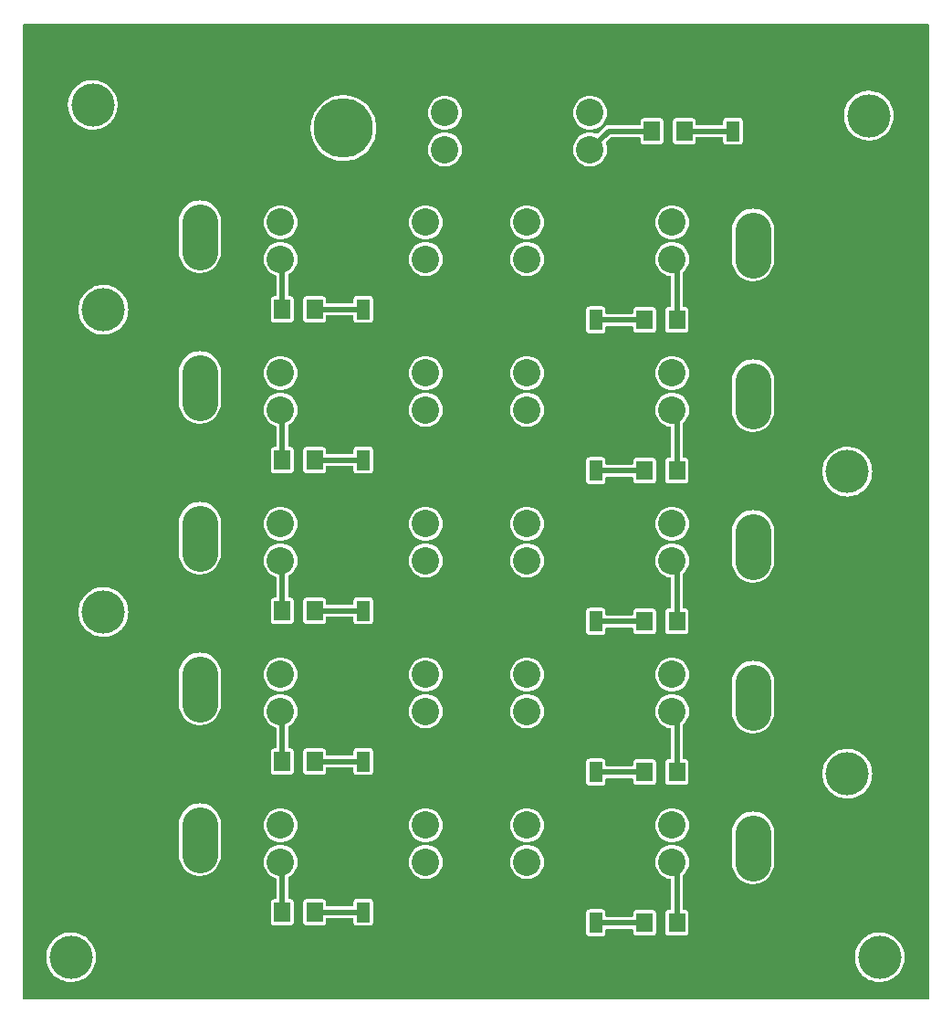
<source format=gtl>
G04 Layer: TopLayer*
G04 EasyEDA v6.5.5, 2022-06-01 22:09:19*
G04 f343101900314467833159393b3af33e,c96cdaf6a0e44fa3bb1e134f2b5c86cb,10*
G04 Gerber Generator version 0.2*
G04 Scale: 100 percent, Rotated: No, Reflected: No *
G04 Dimensions in millimeters *
G04 leading zeros omitted , absolute positions ,4 integer and 5 decimal *
%FSLAX45Y45*%
%MOMM*%

%ADD11C,0.5000*%
%ADD12R,1.5000X1.8000*%
%ADD13R,1.2000X1.9000*%
%ADD14C,5.4991*%
%ADD15C,2.5400*%
%ADD16C,4.0000*%
%ADD17C,3.3020*%

%LPD*%
G36*
X60706Y-9093504D02*
G01*
X56794Y-9092692D01*
X53492Y-9090507D01*
X51308Y-9087205D01*
X50546Y-9083344D01*
X50546Y-60706D01*
X51308Y-56794D01*
X53492Y-53492D01*
X56794Y-51308D01*
X60706Y-50546D01*
X8448344Y-50546D01*
X8452205Y-51308D01*
X8455507Y-53492D01*
X8457692Y-56794D01*
X8458504Y-60706D01*
X8458504Y-9083344D01*
X8457692Y-9087205D01*
X8455507Y-9090507D01*
X8452205Y-9092692D01*
X8448344Y-9093504D01*
G37*

%LPC*%
G36*
X8005267Y-8930436D02*
G01*
X8026196Y-8929014D01*
X8046872Y-8925661D01*
X8067243Y-8920480D01*
X8087004Y-8913469D01*
X8106054Y-8904630D01*
X8124190Y-8894165D01*
X8141360Y-8882075D01*
X8157311Y-8868460D01*
X8171992Y-8853474D01*
X8185251Y-8837168D01*
X8196935Y-8819743D01*
X8206994Y-8801354D01*
X8215375Y-8782100D01*
X8221929Y-8762187D01*
X8226704Y-8741765D01*
X8229549Y-8720937D01*
X8230514Y-8700008D01*
X8229549Y-8679027D01*
X8226704Y-8658250D01*
X8221929Y-8637828D01*
X8215375Y-8617864D01*
X8206994Y-8598662D01*
X8196935Y-8580221D01*
X8185251Y-8562848D01*
X8171992Y-8546541D01*
X8157311Y-8531555D01*
X8141360Y-8517940D01*
X8124190Y-8505850D01*
X8106054Y-8495334D01*
X8087004Y-8486546D01*
X8067243Y-8479536D01*
X8046872Y-8474303D01*
X8026196Y-8471001D01*
X8005267Y-8469579D01*
X7984286Y-8470036D01*
X7963408Y-8472424D01*
X7942884Y-8476691D01*
X7922818Y-8482838D01*
X7903362Y-8490712D01*
X7884769Y-8500364D01*
X7867091Y-8511692D01*
X7850479Y-8524544D01*
X7835188Y-8538870D01*
X7821218Y-8554516D01*
X7808722Y-8571382D01*
X7797800Y-8589314D01*
X7788605Y-8608161D01*
X7781137Y-8627770D01*
X7775448Y-8647988D01*
X7771638Y-8668613D01*
X7769758Y-8689492D01*
X7769758Y-8710472D01*
X7771638Y-8731402D01*
X7775448Y-8752027D01*
X7781137Y-8772245D01*
X7788605Y-8791854D01*
X7797800Y-8810650D01*
X7808722Y-8828582D01*
X7821218Y-8845448D01*
X7835188Y-8861094D01*
X7850479Y-8875420D01*
X7867091Y-8888323D01*
X7884769Y-8899601D01*
X7903362Y-8909253D01*
X7922818Y-8917178D01*
X7942884Y-8923324D01*
X7963408Y-8927592D01*
X7984286Y-8929979D01*
G37*
G36*
X505256Y-8930436D02*
G01*
X526186Y-8929014D01*
X546912Y-8925661D01*
X567232Y-8920480D01*
X586994Y-8913469D01*
X606044Y-8904630D01*
X624230Y-8894165D01*
X641350Y-8882075D01*
X657301Y-8868460D01*
X671982Y-8853474D01*
X685241Y-8837168D01*
X696925Y-8819743D01*
X707034Y-8801354D01*
X715365Y-8782100D01*
X721969Y-8762187D01*
X726694Y-8741765D01*
X729538Y-8720937D01*
X730504Y-8700008D01*
X729538Y-8679027D01*
X726694Y-8658250D01*
X721969Y-8637828D01*
X715365Y-8617864D01*
X707034Y-8598662D01*
X696925Y-8580221D01*
X685241Y-8562848D01*
X671982Y-8546541D01*
X657301Y-8531555D01*
X641350Y-8517940D01*
X624230Y-8505850D01*
X606044Y-8495334D01*
X586994Y-8486546D01*
X567232Y-8479536D01*
X546912Y-8474303D01*
X526186Y-8471001D01*
X505256Y-8469579D01*
X484276Y-8470036D01*
X463448Y-8472424D01*
X442874Y-8476691D01*
X422808Y-8482838D01*
X403402Y-8490712D01*
X384759Y-8500364D01*
X367080Y-8511692D01*
X350520Y-8524544D01*
X335178Y-8538870D01*
X321208Y-8554516D01*
X308711Y-8571382D01*
X297789Y-8589314D01*
X288594Y-8608161D01*
X281127Y-8627770D01*
X275437Y-8647988D01*
X271627Y-8668613D01*
X269748Y-8689492D01*
X269748Y-8710472D01*
X271627Y-8731402D01*
X275437Y-8752027D01*
X281127Y-8772245D01*
X288594Y-8791854D01*
X297789Y-8810650D01*
X308711Y-8828582D01*
X321208Y-8845448D01*
X335178Y-8861094D01*
X350520Y-8875420D01*
X367080Y-8888323D01*
X384759Y-8899601D01*
X403402Y-8909253D01*
X422808Y-8917178D01*
X442874Y-8923324D01*
X463448Y-8927592D01*
X484276Y-8929979D01*
G37*
G36*
X5307482Y-8507526D02*
G01*
X5426506Y-8507526D01*
X5432958Y-8506866D01*
X5438648Y-8505139D01*
X5443931Y-8502345D01*
X5448554Y-8498535D01*
X5452313Y-8493912D01*
X5455158Y-8488680D01*
X5456885Y-8482939D01*
X5457494Y-8476488D01*
X5457494Y-8447684D01*
X5458256Y-8443772D01*
X5460492Y-8440470D01*
X5463794Y-8438286D01*
X5467654Y-8437524D01*
X5703316Y-8437524D01*
X5707227Y-8438286D01*
X5710529Y-8440470D01*
X5712714Y-8443772D01*
X5713476Y-8447684D01*
X5713476Y-8471509D01*
X5714136Y-8477961D01*
X5715863Y-8483650D01*
X5718657Y-8488934D01*
X5722467Y-8493556D01*
X5727090Y-8497316D01*
X5732322Y-8500160D01*
X5738063Y-8501888D01*
X5744464Y-8502497D01*
X5893511Y-8502497D01*
X5899912Y-8501888D01*
X5905652Y-8500160D01*
X5910884Y-8497316D01*
X5915507Y-8493556D01*
X5919317Y-8488934D01*
X5922111Y-8483650D01*
X5923838Y-8477961D01*
X5924499Y-8471509D01*
X5924499Y-8292490D01*
X5923838Y-8286038D01*
X5922111Y-8280349D01*
X5919317Y-8275066D01*
X5915507Y-8270443D01*
X5910884Y-8266684D01*
X5905652Y-8263839D01*
X5899912Y-8262112D01*
X5893511Y-8261502D01*
X5744464Y-8261502D01*
X5738063Y-8262112D01*
X5732322Y-8263839D01*
X5727090Y-8266684D01*
X5722467Y-8270443D01*
X5718657Y-8275066D01*
X5715863Y-8280349D01*
X5714136Y-8286038D01*
X5713476Y-8292490D01*
X5713476Y-8316315D01*
X5712714Y-8320227D01*
X5710529Y-8323529D01*
X5707227Y-8325713D01*
X5703316Y-8326475D01*
X5467654Y-8326475D01*
X5463794Y-8325713D01*
X5460492Y-8323529D01*
X5458256Y-8320227D01*
X5457494Y-8316315D01*
X5457494Y-8287512D01*
X5456885Y-8281060D01*
X5455158Y-8275320D01*
X5452313Y-8270087D01*
X5448554Y-8265464D01*
X5443931Y-8261654D01*
X5438648Y-8258860D01*
X5432958Y-8257133D01*
X5426506Y-8256473D01*
X5307482Y-8256473D01*
X5301030Y-8257133D01*
X5295341Y-8258860D01*
X5290058Y-8261654D01*
X5285486Y-8265464D01*
X5281676Y-8270087D01*
X5278882Y-8275320D01*
X5277104Y-8281060D01*
X5276494Y-8287512D01*
X5276494Y-8476488D01*
X5277104Y-8482939D01*
X5278882Y-8488680D01*
X5281676Y-8493912D01*
X5285486Y-8498535D01*
X5290058Y-8502345D01*
X5295341Y-8505139D01*
X5301030Y-8506866D01*
G37*
G36*
X6044488Y-8502497D02*
G01*
X6193485Y-8502497D01*
X6199936Y-8501888D01*
X6205626Y-8500160D01*
X6210909Y-8497316D01*
X6215532Y-8493556D01*
X6219291Y-8488934D01*
X6222136Y-8483650D01*
X6223863Y-8477961D01*
X6224473Y-8471509D01*
X6224473Y-8292490D01*
X6223863Y-8286038D01*
X6222136Y-8280349D01*
X6219291Y-8275066D01*
X6215532Y-8270443D01*
X6210909Y-8266684D01*
X6205626Y-8263839D01*
X6199936Y-8262112D01*
X6193485Y-8261502D01*
X6184646Y-8261502D01*
X6180785Y-8260740D01*
X6177483Y-8258505D01*
X6175298Y-8255203D01*
X6174486Y-8251342D01*
X6174486Y-7945475D01*
X6175349Y-7941462D01*
X6177686Y-7938109D01*
X6190030Y-7926374D01*
X6201054Y-7913370D01*
X6210655Y-7899298D01*
X6218631Y-7884210D01*
X6224930Y-7868361D01*
X6229502Y-7851952D01*
X6232245Y-7835087D01*
X6233210Y-7818069D01*
X6232245Y-7801051D01*
X6229502Y-7784236D01*
X6224930Y-7767777D01*
X6218631Y-7751978D01*
X6210655Y-7736890D01*
X6201054Y-7722768D01*
X6190030Y-7709763D01*
X6177635Y-7698028D01*
X6164072Y-7687716D01*
X6149492Y-7678928D01*
X6133998Y-7671765D01*
X6117844Y-7666329D01*
X6101181Y-7662672D01*
X6084214Y-7660843D01*
X6067196Y-7660843D01*
X6050229Y-7662672D01*
X6033566Y-7666329D01*
X6017412Y-7671765D01*
X6001918Y-7678928D01*
X5987338Y-7687716D01*
X5973724Y-7698028D01*
X5961380Y-7709763D01*
X5950305Y-7722768D01*
X5940755Y-7736890D01*
X5932779Y-7751978D01*
X5926429Y-7767777D01*
X5921908Y-7784236D01*
X5919114Y-7801051D01*
X5918200Y-7818069D01*
X5919114Y-7835087D01*
X5921908Y-7851952D01*
X5926429Y-7868361D01*
X5932779Y-7884210D01*
X5940755Y-7899298D01*
X5950305Y-7913370D01*
X5961380Y-7926374D01*
X5973724Y-7938109D01*
X5987338Y-7948422D01*
X6001918Y-7957210D01*
X6017412Y-7964373D01*
X6033566Y-7969859D01*
X6050229Y-7973517D01*
X6054445Y-7973974D01*
X6057950Y-7975041D01*
X6060897Y-7977276D01*
X6062827Y-7980425D01*
X6063488Y-7984083D01*
X6063488Y-8251342D01*
X6062726Y-8255203D01*
X6060541Y-8258505D01*
X6057239Y-8260740D01*
X6053328Y-8261502D01*
X6044488Y-8261502D01*
X6038037Y-8262112D01*
X6032347Y-8263839D01*
X6027064Y-8266684D01*
X6022441Y-8270443D01*
X6018682Y-8275066D01*
X6015837Y-8280349D01*
X6014110Y-8286038D01*
X6013500Y-8292490D01*
X6013500Y-8471509D01*
X6014110Y-8477961D01*
X6015837Y-8483650D01*
X6018682Y-8488934D01*
X6022441Y-8493556D01*
X6027064Y-8497316D01*
X6032347Y-8500160D01*
X6038037Y-8501888D01*
G37*
G36*
X3151124Y-8408416D02*
G01*
X3270097Y-8408416D01*
X3276549Y-8407755D01*
X3282238Y-8406028D01*
X3287522Y-8403234D01*
X3292144Y-8399424D01*
X3295904Y-8394801D01*
X3298748Y-8389569D01*
X3300476Y-8383828D01*
X3301085Y-8377377D01*
X3301085Y-8188401D01*
X3300476Y-8181949D01*
X3298748Y-8176259D01*
X3295904Y-8170976D01*
X3292144Y-8166353D01*
X3287522Y-8162594D01*
X3282238Y-8159750D01*
X3276549Y-8158022D01*
X3270097Y-8157413D01*
X3151124Y-8157413D01*
X3144672Y-8158022D01*
X3138932Y-8159750D01*
X3133699Y-8162594D01*
X3129076Y-8166353D01*
X3125266Y-8170976D01*
X3122472Y-8176259D01*
X3120745Y-8181949D01*
X3120085Y-8188401D01*
X3120085Y-8217255D01*
X3119323Y-8221116D01*
X3117138Y-8224418D01*
X3113836Y-8226602D01*
X3109925Y-8227415D01*
X2874264Y-8227415D01*
X2870403Y-8226602D01*
X2867101Y-8224418D01*
X2864916Y-8221116D01*
X2864104Y-8217255D01*
X2864104Y-8193379D01*
X2863494Y-8186978D01*
X2861767Y-8181238D01*
X2858922Y-8175955D01*
X2855163Y-8171383D01*
X2850540Y-8167573D01*
X2845257Y-8164779D01*
X2839567Y-8163052D01*
X2833116Y-8162391D01*
X2684119Y-8162391D01*
X2677668Y-8163052D01*
X2671978Y-8164779D01*
X2666695Y-8167573D01*
X2662072Y-8171383D01*
X2658313Y-8175955D01*
X2655468Y-8181238D01*
X2653741Y-8186978D01*
X2653131Y-8193379D01*
X2653131Y-8372398D01*
X2653741Y-8378850D01*
X2655468Y-8384540D01*
X2658313Y-8389823D01*
X2662072Y-8394446D01*
X2666695Y-8398205D01*
X2671978Y-8401050D01*
X2677668Y-8402777D01*
X2684119Y-8403386D01*
X2833116Y-8403386D01*
X2839567Y-8402777D01*
X2845257Y-8401050D01*
X2850540Y-8398205D01*
X2855163Y-8394446D01*
X2858922Y-8389823D01*
X2861767Y-8384540D01*
X2863494Y-8378850D01*
X2864104Y-8372398D01*
X2864104Y-8348573D01*
X2864916Y-8344662D01*
X2867101Y-8341359D01*
X2870403Y-8339175D01*
X2874264Y-8338413D01*
X3109925Y-8338413D01*
X3113836Y-8339175D01*
X3117138Y-8341359D01*
X3119323Y-8344662D01*
X3120085Y-8348573D01*
X3120085Y-8377377D01*
X3120745Y-8383828D01*
X3122472Y-8389569D01*
X3125266Y-8394801D01*
X3129076Y-8399424D01*
X3133699Y-8403234D01*
X3138932Y-8406028D01*
X3144672Y-8407755D01*
G37*
G36*
X2384094Y-8403386D02*
G01*
X2533091Y-8403386D01*
X2539542Y-8402777D01*
X2545283Y-8401050D01*
X2550515Y-8398205D01*
X2555138Y-8394446D01*
X2558948Y-8389823D01*
X2561742Y-8384540D01*
X2563469Y-8378850D01*
X2564130Y-8372398D01*
X2564130Y-8193379D01*
X2563469Y-8186978D01*
X2561742Y-8181238D01*
X2558948Y-8175955D01*
X2555138Y-8171383D01*
X2550515Y-8167573D01*
X2545283Y-8164779D01*
X2539542Y-8163052D01*
X2533091Y-8162391D01*
X2524252Y-8162391D01*
X2520391Y-8161629D01*
X2517089Y-8159394D01*
X2514904Y-8156143D01*
X2514092Y-8152231D01*
X2514092Y-7964881D01*
X2514701Y-7961477D01*
X2516428Y-7958429D01*
X2519019Y-7956194D01*
X2531872Y-7948472D01*
X2545435Y-7938109D01*
X2557830Y-7926425D01*
X2568854Y-7913420D01*
X2578455Y-7899298D01*
X2586431Y-7884210D01*
X2592730Y-7868361D01*
X2597302Y-7851952D01*
X2600045Y-7835138D01*
X2601010Y-7818120D01*
X2600045Y-7801051D01*
X2597302Y-7784236D01*
X2592730Y-7767828D01*
X2586431Y-7751978D01*
X2578455Y-7736890D01*
X2568854Y-7722768D01*
X2557830Y-7709763D01*
X2545435Y-7698079D01*
X2531872Y-7687716D01*
X2517292Y-7678928D01*
X2501798Y-7671765D01*
X2485644Y-7666329D01*
X2468981Y-7662672D01*
X2452014Y-7660843D01*
X2434996Y-7660843D01*
X2418029Y-7662672D01*
X2401366Y-7666329D01*
X2385212Y-7671765D01*
X2369718Y-7678928D01*
X2355138Y-7687716D01*
X2341524Y-7698079D01*
X2329180Y-7709763D01*
X2318105Y-7722768D01*
X2308555Y-7736890D01*
X2300579Y-7751978D01*
X2294229Y-7767828D01*
X2289708Y-7784236D01*
X2286914Y-7801051D01*
X2286000Y-7818120D01*
X2286914Y-7835138D01*
X2289708Y-7851952D01*
X2294229Y-7868361D01*
X2300579Y-7884210D01*
X2308555Y-7899298D01*
X2318105Y-7913420D01*
X2329180Y-7926425D01*
X2341524Y-7938109D01*
X2355138Y-7948472D01*
X2369718Y-7957261D01*
X2385212Y-7964424D01*
X2396185Y-7968081D01*
X2399792Y-7970215D01*
X2402230Y-7973618D01*
X2403094Y-7977733D01*
X2403094Y-8152231D01*
X2402332Y-8156143D01*
X2400096Y-8159394D01*
X2396845Y-8161629D01*
X2392934Y-8162391D01*
X2384094Y-8162391D01*
X2377694Y-8163052D01*
X2371953Y-8164779D01*
X2366670Y-8167573D01*
X2362098Y-8171383D01*
X2358288Y-8175955D01*
X2355494Y-8181238D01*
X2353767Y-8186978D01*
X2353106Y-8193379D01*
X2353106Y-8372398D01*
X2353767Y-8378850D01*
X2355494Y-8384540D01*
X2358288Y-8389823D01*
X2362098Y-8394446D01*
X2366670Y-8398205D01*
X2371953Y-8401050D01*
X2377694Y-8402777D01*
G37*
G36*
X6824980Y-8021269D02*
G01*
X6844182Y-8020354D01*
X6863181Y-8017509D01*
X6881774Y-8012887D01*
X6899859Y-8006384D01*
X6917181Y-7998206D01*
X6933641Y-7988350D01*
X6949084Y-7976870D01*
X6963308Y-7964017D01*
X6976211Y-7949793D01*
X6987641Y-7934350D01*
X6997496Y-7917891D01*
X7005726Y-7900568D01*
X7012178Y-7882483D01*
X7016851Y-7863840D01*
X7019645Y-7844891D01*
X7020610Y-7825435D01*
X7020610Y-7546543D01*
X7019645Y-7527137D01*
X7016851Y-7508138D01*
X7012178Y-7489545D01*
X7005726Y-7471460D01*
X6997496Y-7454087D01*
X6987641Y-7437628D01*
X6976211Y-7422235D01*
X6963308Y-7408011D01*
X6949084Y-7395108D01*
X6933641Y-7383678D01*
X6917181Y-7373823D01*
X6899859Y-7365593D01*
X6881774Y-7359142D01*
X6863181Y-7354468D01*
X6844182Y-7351623D01*
X6824980Y-7350709D01*
X6805828Y-7351623D01*
X6786829Y-7354468D01*
X6768236Y-7359142D01*
X6750151Y-7365593D01*
X6732778Y-7373823D01*
X6716318Y-7383678D01*
X6700926Y-7395108D01*
X6686702Y-7408011D01*
X6673799Y-7422235D01*
X6662369Y-7437628D01*
X6652514Y-7454087D01*
X6644284Y-7471460D01*
X6637832Y-7489545D01*
X6633159Y-7508138D01*
X6630365Y-7527137D01*
X6629400Y-7546543D01*
X6629400Y-7825435D01*
X6630365Y-7844891D01*
X6633159Y-7863840D01*
X6637832Y-7882483D01*
X6644284Y-7900568D01*
X6652514Y-7917891D01*
X6662369Y-7934350D01*
X6673799Y-7949793D01*
X6686702Y-7964017D01*
X6700926Y-7976870D01*
X6716318Y-7988350D01*
X6732778Y-7998206D01*
X6750151Y-8006384D01*
X6768236Y-8012887D01*
X6786829Y-8017509D01*
X6805828Y-8020354D01*
G37*
G36*
X3781196Y-7975346D02*
G01*
X3798214Y-7975346D01*
X3815181Y-7973517D01*
X3831844Y-7969859D01*
X3847998Y-7964424D01*
X3863492Y-7957261D01*
X3878072Y-7948472D01*
X3891635Y-7938109D01*
X3904030Y-7926425D01*
X3915054Y-7913420D01*
X3924655Y-7899298D01*
X3932631Y-7884210D01*
X3938930Y-7868412D01*
X3943502Y-7851952D01*
X3946245Y-7835138D01*
X3947210Y-7818120D01*
X3946245Y-7801051D01*
X3943502Y-7784236D01*
X3938930Y-7767828D01*
X3932631Y-7751978D01*
X3924655Y-7736890D01*
X3915054Y-7722768D01*
X3904030Y-7709814D01*
X3891635Y-7698079D01*
X3878072Y-7687767D01*
X3863492Y-7678978D01*
X3847998Y-7671816D01*
X3831844Y-7666329D01*
X3815181Y-7662672D01*
X3798214Y-7660843D01*
X3781196Y-7660843D01*
X3764229Y-7662672D01*
X3747566Y-7666329D01*
X3731412Y-7671816D01*
X3715918Y-7678978D01*
X3701338Y-7687767D01*
X3687724Y-7698079D01*
X3675379Y-7709814D01*
X3664305Y-7722768D01*
X3654755Y-7736890D01*
X3646779Y-7751978D01*
X3640429Y-7767828D01*
X3635908Y-7784236D01*
X3633114Y-7801051D01*
X3632200Y-7818120D01*
X3633114Y-7835138D01*
X3635908Y-7851952D01*
X3640429Y-7868412D01*
X3646779Y-7884210D01*
X3654755Y-7899298D01*
X3664305Y-7913420D01*
X3675379Y-7926425D01*
X3687724Y-7938109D01*
X3701338Y-7948472D01*
X3715918Y-7957261D01*
X3731412Y-7964424D01*
X3747566Y-7969859D01*
X3764229Y-7973517D01*
G37*
G36*
X4720996Y-7975346D02*
G01*
X4738014Y-7975346D01*
X4754981Y-7973517D01*
X4771644Y-7969808D01*
X4787798Y-7964373D01*
X4803292Y-7957210D01*
X4817872Y-7948422D01*
X4831435Y-7938109D01*
X4843830Y-7926374D01*
X4854854Y-7913370D01*
X4864455Y-7899298D01*
X4872431Y-7884210D01*
X4878730Y-7868361D01*
X4883302Y-7851952D01*
X4886045Y-7835087D01*
X4887010Y-7818069D01*
X4886045Y-7801051D01*
X4883302Y-7784236D01*
X4878730Y-7767777D01*
X4872431Y-7751927D01*
X4864455Y-7736890D01*
X4854854Y-7722768D01*
X4843830Y-7709763D01*
X4831435Y-7698028D01*
X4817872Y-7687716D01*
X4803292Y-7678928D01*
X4787798Y-7671765D01*
X4771644Y-7666329D01*
X4754981Y-7662672D01*
X4738014Y-7660843D01*
X4720996Y-7660843D01*
X4704029Y-7662672D01*
X4687366Y-7666329D01*
X4671212Y-7671765D01*
X4655718Y-7678928D01*
X4641138Y-7687716D01*
X4627524Y-7698028D01*
X4615180Y-7709763D01*
X4604105Y-7722768D01*
X4594555Y-7736890D01*
X4586579Y-7751927D01*
X4580229Y-7767777D01*
X4575708Y-7784236D01*
X4572914Y-7801051D01*
X4572000Y-7818069D01*
X4572914Y-7835087D01*
X4575708Y-7851952D01*
X4580229Y-7868361D01*
X4586579Y-7884210D01*
X4594555Y-7899298D01*
X4604105Y-7913370D01*
X4615180Y-7926374D01*
X4627524Y-7938109D01*
X4641138Y-7948422D01*
X4655718Y-7957210D01*
X4671212Y-7964373D01*
X4687366Y-7969808D01*
X4704029Y-7973517D01*
G37*
G36*
X1694180Y-7945069D02*
G01*
X1713382Y-7944154D01*
X1732381Y-7941309D01*
X1750974Y-7936687D01*
X1769059Y-7930184D01*
X1786382Y-7922006D01*
X1802841Y-7912150D01*
X1818284Y-7900670D01*
X1832508Y-7887817D01*
X1845411Y-7873593D01*
X1856841Y-7858150D01*
X1866696Y-7841691D01*
X1874926Y-7824368D01*
X1881378Y-7806283D01*
X1886051Y-7787640D01*
X1888845Y-7768691D01*
X1889810Y-7749235D01*
X1889810Y-7470343D01*
X1888845Y-7450937D01*
X1886051Y-7431938D01*
X1881378Y-7413345D01*
X1874926Y-7395260D01*
X1866696Y-7377887D01*
X1856841Y-7361428D01*
X1845411Y-7346035D01*
X1832508Y-7331811D01*
X1818284Y-7318908D01*
X1802841Y-7307478D01*
X1786382Y-7297623D01*
X1769059Y-7289393D01*
X1750974Y-7282942D01*
X1732381Y-7278268D01*
X1713382Y-7275423D01*
X1694180Y-7274509D01*
X1675028Y-7275423D01*
X1656029Y-7278268D01*
X1637436Y-7282942D01*
X1619351Y-7289393D01*
X1601978Y-7297623D01*
X1585518Y-7307478D01*
X1570126Y-7318908D01*
X1555902Y-7331811D01*
X1542999Y-7346035D01*
X1531569Y-7361428D01*
X1521714Y-7377887D01*
X1513484Y-7395260D01*
X1507032Y-7413345D01*
X1502359Y-7431938D01*
X1499565Y-7450937D01*
X1498600Y-7470343D01*
X1498600Y-7749235D01*
X1499565Y-7768691D01*
X1502359Y-7787640D01*
X1507032Y-7806283D01*
X1513484Y-7824368D01*
X1521714Y-7841691D01*
X1531569Y-7858150D01*
X1542999Y-7873593D01*
X1555902Y-7887817D01*
X1570126Y-7900670D01*
X1585518Y-7912150D01*
X1601978Y-7922006D01*
X1619351Y-7930184D01*
X1637436Y-7936687D01*
X1656029Y-7941309D01*
X1675028Y-7944154D01*
G37*
G36*
X3781196Y-7634986D02*
G01*
X3798214Y-7634986D01*
X3815181Y-7633157D01*
X3831844Y-7629448D01*
X3847998Y-7624013D01*
X3863492Y-7616850D01*
X3878072Y-7608062D01*
X3891635Y-7597749D01*
X3904030Y-7586014D01*
X3915054Y-7573009D01*
X3924655Y-7558938D01*
X3932631Y-7543850D01*
X3938930Y-7528001D01*
X3943502Y-7511592D01*
X3946245Y-7494727D01*
X3947210Y-7477709D01*
X3946245Y-7460691D01*
X3943502Y-7443876D01*
X3938930Y-7427417D01*
X3932631Y-7411567D01*
X3924655Y-7396530D01*
X3915054Y-7382408D01*
X3904030Y-7369403D01*
X3891635Y-7357668D01*
X3878072Y-7347356D01*
X3863492Y-7338568D01*
X3847998Y-7331405D01*
X3831844Y-7325969D01*
X3815181Y-7322312D01*
X3798214Y-7320483D01*
X3781196Y-7320483D01*
X3764229Y-7322312D01*
X3747566Y-7325969D01*
X3731412Y-7331405D01*
X3715918Y-7338568D01*
X3701338Y-7347356D01*
X3687724Y-7357668D01*
X3675379Y-7369403D01*
X3664305Y-7382408D01*
X3654755Y-7396530D01*
X3646779Y-7411567D01*
X3640429Y-7427417D01*
X3635908Y-7443876D01*
X3633114Y-7460691D01*
X3632200Y-7477709D01*
X3633114Y-7494727D01*
X3635908Y-7511592D01*
X3640429Y-7528001D01*
X3646779Y-7543850D01*
X3654755Y-7558938D01*
X3664305Y-7573009D01*
X3675379Y-7586014D01*
X3687724Y-7597749D01*
X3701338Y-7608062D01*
X3715918Y-7616850D01*
X3731412Y-7624013D01*
X3747566Y-7629448D01*
X3764229Y-7633157D01*
G37*
G36*
X6067196Y-7634986D02*
G01*
X6084214Y-7634986D01*
X6101181Y-7633106D01*
X6117844Y-7629448D01*
X6133998Y-7624013D01*
X6149492Y-7616850D01*
X6164072Y-7608062D01*
X6177635Y-7597749D01*
X6190030Y-7586014D01*
X6201054Y-7573009D01*
X6210655Y-7558887D01*
X6218631Y-7543850D01*
X6224930Y-7528001D01*
X6229502Y-7511542D01*
X6232245Y-7494727D01*
X6233210Y-7477709D01*
X6232245Y-7460691D01*
X6229502Y-7443825D01*
X6224930Y-7427417D01*
X6218631Y-7411567D01*
X6210655Y-7396530D01*
X6201054Y-7382408D01*
X6190030Y-7369403D01*
X6177635Y-7357668D01*
X6164072Y-7347356D01*
X6149492Y-7338568D01*
X6133998Y-7331405D01*
X6117844Y-7325969D01*
X6101181Y-7322312D01*
X6084214Y-7320432D01*
X6067196Y-7320432D01*
X6050229Y-7322312D01*
X6033566Y-7325969D01*
X6017412Y-7331405D01*
X6001918Y-7338568D01*
X5987338Y-7347356D01*
X5973724Y-7357668D01*
X5961380Y-7369403D01*
X5950305Y-7382408D01*
X5940755Y-7396530D01*
X5932779Y-7411567D01*
X5926429Y-7427417D01*
X5921908Y-7443825D01*
X5919114Y-7460691D01*
X5918200Y-7477709D01*
X5919114Y-7494727D01*
X5921908Y-7511542D01*
X5926429Y-7528001D01*
X5932779Y-7543850D01*
X5940755Y-7558887D01*
X5950305Y-7573009D01*
X5961380Y-7586014D01*
X5973724Y-7597749D01*
X5987338Y-7608062D01*
X6001918Y-7616850D01*
X6017412Y-7624013D01*
X6033566Y-7629448D01*
X6050229Y-7633106D01*
G37*
G36*
X2434996Y-7634986D02*
G01*
X2452014Y-7634986D01*
X2468981Y-7633106D01*
X2485644Y-7629448D01*
X2501798Y-7624013D01*
X2517292Y-7616850D01*
X2531872Y-7608062D01*
X2545435Y-7597749D01*
X2557830Y-7586014D01*
X2568854Y-7573009D01*
X2578455Y-7558887D01*
X2586431Y-7543850D01*
X2592730Y-7528001D01*
X2597302Y-7511592D01*
X2600045Y-7494727D01*
X2601010Y-7477709D01*
X2600045Y-7460691D01*
X2597302Y-7443876D01*
X2592730Y-7427417D01*
X2586431Y-7411567D01*
X2578455Y-7396530D01*
X2568854Y-7382408D01*
X2557830Y-7369403D01*
X2545435Y-7357668D01*
X2531872Y-7347356D01*
X2517292Y-7338568D01*
X2501798Y-7331405D01*
X2485644Y-7325969D01*
X2468981Y-7322312D01*
X2452014Y-7320432D01*
X2434996Y-7320432D01*
X2418029Y-7322312D01*
X2401366Y-7325969D01*
X2385212Y-7331405D01*
X2369718Y-7338568D01*
X2355138Y-7347356D01*
X2341524Y-7357668D01*
X2329180Y-7369403D01*
X2318105Y-7382408D01*
X2308555Y-7396530D01*
X2300579Y-7411567D01*
X2294229Y-7427417D01*
X2289708Y-7443876D01*
X2286914Y-7460691D01*
X2286000Y-7477709D01*
X2286914Y-7494727D01*
X2289708Y-7511592D01*
X2294229Y-7528001D01*
X2300579Y-7543850D01*
X2308555Y-7558887D01*
X2318105Y-7573009D01*
X2329180Y-7586014D01*
X2341524Y-7597749D01*
X2355138Y-7608062D01*
X2369718Y-7616850D01*
X2385212Y-7624013D01*
X2401366Y-7629448D01*
X2418029Y-7633106D01*
G37*
G36*
X4720996Y-7634935D02*
G01*
X4738014Y-7634935D01*
X4754981Y-7633106D01*
X4771644Y-7629448D01*
X4787798Y-7624013D01*
X4803292Y-7616850D01*
X4817872Y-7608062D01*
X4831435Y-7597749D01*
X4843830Y-7586014D01*
X4854854Y-7573009D01*
X4864455Y-7558887D01*
X4872431Y-7543850D01*
X4878730Y-7528001D01*
X4883302Y-7511542D01*
X4886045Y-7494727D01*
X4887010Y-7477709D01*
X4886045Y-7460691D01*
X4883302Y-7443825D01*
X4878730Y-7427417D01*
X4872431Y-7411567D01*
X4864455Y-7396480D01*
X4854854Y-7382408D01*
X4843830Y-7369403D01*
X4831435Y-7357668D01*
X4817872Y-7347356D01*
X4803292Y-7338568D01*
X4787798Y-7331405D01*
X4771644Y-7325969D01*
X4754981Y-7322261D01*
X4738014Y-7320432D01*
X4720996Y-7320432D01*
X4704029Y-7322261D01*
X4687366Y-7325969D01*
X4671212Y-7331405D01*
X4655718Y-7338568D01*
X4641138Y-7347356D01*
X4627524Y-7357668D01*
X4615180Y-7369403D01*
X4604105Y-7382408D01*
X4594555Y-7396480D01*
X4586579Y-7411567D01*
X4580229Y-7427417D01*
X4575708Y-7443825D01*
X4572914Y-7460691D01*
X4572000Y-7477709D01*
X4572914Y-7494727D01*
X4575708Y-7511542D01*
X4580229Y-7528001D01*
X4586579Y-7543850D01*
X4594555Y-7558887D01*
X4604105Y-7573009D01*
X4615180Y-7586014D01*
X4627524Y-7597749D01*
X4641138Y-7608062D01*
X4655718Y-7616850D01*
X4671212Y-7624013D01*
X4687366Y-7629448D01*
X4704029Y-7633106D01*
G37*
G36*
X7705242Y-7230414D02*
G01*
X7726172Y-7228992D01*
X7746898Y-7225690D01*
X7767218Y-7220458D01*
X7786979Y-7213447D01*
X7806029Y-7204659D01*
X7824216Y-7194143D01*
X7841335Y-7182053D01*
X7857337Y-7168438D01*
X7871968Y-7153452D01*
X7885226Y-7137196D01*
X7896961Y-7119772D01*
X7907020Y-7101382D01*
X7915351Y-7082129D01*
X7921955Y-7062165D01*
X7926679Y-7041743D01*
X7929524Y-7020966D01*
X7930489Y-6999986D01*
X7929524Y-6979056D01*
X7926679Y-6958279D01*
X7921955Y-6937806D01*
X7915351Y-6917893D01*
X7907020Y-6898640D01*
X7896961Y-6880250D01*
X7885226Y-6862825D01*
X7871968Y-6846570D01*
X7857337Y-6831533D01*
X7841335Y-6817918D01*
X7824216Y-6805828D01*
X7806029Y-6795363D01*
X7786979Y-6786575D01*
X7767218Y-6779514D01*
X7746898Y-6774332D01*
X7726172Y-6770979D01*
X7705242Y-6769557D01*
X7684262Y-6770065D01*
X7663434Y-6772402D01*
X7642859Y-6776720D01*
X7622794Y-6782816D01*
X7603388Y-6790740D01*
X7584744Y-6800392D01*
X7567066Y-6811670D01*
X7550505Y-6824573D01*
X7535164Y-6838899D01*
X7521194Y-6854545D01*
X7508697Y-6871411D01*
X7497825Y-6889343D01*
X7488580Y-6908190D01*
X7481112Y-6927799D01*
X7475474Y-6947966D01*
X7471664Y-6968591D01*
X7469733Y-6989521D01*
X7469733Y-7010501D01*
X7471664Y-7031380D01*
X7475474Y-7052005D01*
X7481112Y-7072223D01*
X7488580Y-7091832D01*
X7497825Y-7110679D01*
X7508697Y-7128611D01*
X7521194Y-7145477D01*
X7535164Y-7161123D01*
X7550505Y-7175449D01*
X7567066Y-7188301D01*
X7584744Y-7199630D01*
X7603388Y-7209281D01*
X7622794Y-7217206D01*
X7642859Y-7223302D01*
X7663434Y-7227570D01*
X7684262Y-7229957D01*
G37*
G36*
X5307482Y-7110526D02*
G01*
X5426506Y-7110526D01*
X5432958Y-7109866D01*
X5438648Y-7108139D01*
X5443931Y-7105345D01*
X5448554Y-7101535D01*
X5452313Y-7096912D01*
X5455158Y-7091680D01*
X5456885Y-7085939D01*
X5457494Y-7079488D01*
X5457494Y-7050684D01*
X5458256Y-7046772D01*
X5460492Y-7043470D01*
X5463794Y-7041286D01*
X5467654Y-7040524D01*
X5703316Y-7040524D01*
X5707227Y-7041286D01*
X5710529Y-7043470D01*
X5712714Y-7046772D01*
X5713476Y-7050684D01*
X5713476Y-7074509D01*
X5714136Y-7080961D01*
X5715863Y-7086650D01*
X5718657Y-7091934D01*
X5722467Y-7096556D01*
X5727090Y-7100316D01*
X5732322Y-7103160D01*
X5738063Y-7104888D01*
X5744464Y-7105497D01*
X5893511Y-7105497D01*
X5899912Y-7104888D01*
X5905652Y-7103160D01*
X5910884Y-7100316D01*
X5915507Y-7096556D01*
X5919317Y-7091934D01*
X5922111Y-7086650D01*
X5923838Y-7080961D01*
X5924499Y-7074509D01*
X5924499Y-6895490D01*
X5923838Y-6889038D01*
X5922111Y-6883349D01*
X5919317Y-6878066D01*
X5915507Y-6873443D01*
X5910884Y-6869684D01*
X5905652Y-6866839D01*
X5899912Y-6865112D01*
X5893511Y-6864502D01*
X5744464Y-6864502D01*
X5738063Y-6865112D01*
X5732322Y-6866839D01*
X5727090Y-6869684D01*
X5722467Y-6873443D01*
X5718657Y-6878066D01*
X5715863Y-6883349D01*
X5714136Y-6889038D01*
X5713476Y-6895490D01*
X5713476Y-6919315D01*
X5712714Y-6923227D01*
X5710529Y-6926529D01*
X5707227Y-6928713D01*
X5703316Y-6929475D01*
X5467654Y-6929475D01*
X5463794Y-6928713D01*
X5460492Y-6926529D01*
X5458256Y-6923227D01*
X5457494Y-6919315D01*
X5457494Y-6890512D01*
X5456885Y-6884060D01*
X5455158Y-6878320D01*
X5452313Y-6873087D01*
X5448554Y-6868464D01*
X5443931Y-6864654D01*
X5438648Y-6861860D01*
X5432958Y-6860133D01*
X5426506Y-6859473D01*
X5307482Y-6859473D01*
X5301030Y-6860133D01*
X5295341Y-6861860D01*
X5290058Y-6864654D01*
X5285486Y-6868464D01*
X5281676Y-6873087D01*
X5278882Y-6878320D01*
X5277104Y-6884060D01*
X5276494Y-6890512D01*
X5276494Y-7079488D01*
X5277104Y-7085939D01*
X5278882Y-7091680D01*
X5281676Y-7096912D01*
X5285486Y-7101535D01*
X5290058Y-7105345D01*
X5295341Y-7108139D01*
X5301030Y-7109866D01*
G37*
G36*
X6044488Y-7105497D02*
G01*
X6193485Y-7105497D01*
X6199936Y-7104888D01*
X6205626Y-7103160D01*
X6210909Y-7100316D01*
X6215532Y-7096556D01*
X6219291Y-7091934D01*
X6222136Y-7086650D01*
X6223863Y-7080961D01*
X6224473Y-7074509D01*
X6224473Y-6895490D01*
X6223863Y-6889038D01*
X6222136Y-6883349D01*
X6219291Y-6878066D01*
X6215532Y-6873443D01*
X6210909Y-6869684D01*
X6205626Y-6866839D01*
X6199936Y-6865112D01*
X6193485Y-6864502D01*
X6184646Y-6864502D01*
X6180785Y-6863740D01*
X6177483Y-6861505D01*
X6175298Y-6858203D01*
X6174486Y-6854342D01*
X6174486Y-6548475D01*
X6175349Y-6544462D01*
X6177686Y-6541109D01*
X6190030Y-6529374D01*
X6201054Y-6516370D01*
X6210655Y-6502298D01*
X6218631Y-6487210D01*
X6224930Y-6471361D01*
X6229502Y-6454952D01*
X6232245Y-6438087D01*
X6233210Y-6421069D01*
X6232245Y-6404051D01*
X6229502Y-6387236D01*
X6224930Y-6370777D01*
X6218631Y-6354978D01*
X6210655Y-6339890D01*
X6201054Y-6325768D01*
X6190030Y-6312763D01*
X6177635Y-6301028D01*
X6164072Y-6290716D01*
X6149492Y-6281928D01*
X6133998Y-6274765D01*
X6117844Y-6269329D01*
X6101181Y-6265672D01*
X6084214Y-6263843D01*
X6067196Y-6263843D01*
X6050229Y-6265672D01*
X6033566Y-6269329D01*
X6017412Y-6274765D01*
X6001918Y-6281928D01*
X5987338Y-6290716D01*
X5973724Y-6301028D01*
X5961380Y-6312763D01*
X5950305Y-6325768D01*
X5940755Y-6339890D01*
X5932779Y-6354978D01*
X5926429Y-6370777D01*
X5921908Y-6387236D01*
X5919114Y-6404051D01*
X5918200Y-6421069D01*
X5919114Y-6438087D01*
X5921908Y-6454952D01*
X5926429Y-6471361D01*
X5932779Y-6487210D01*
X5940755Y-6502298D01*
X5950305Y-6516370D01*
X5961380Y-6529374D01*
X5973724Y-6541109D01*
X5987338Y-6551422D01*
X6001918Y-6560210D01*
X6017412Y-6567373D01*
X6033566Y-6572859D01*
X6050229Y-6576517D01*
X6054445Y-6576974D01*
X6057950Y-6578041D01*
X6060897Y-6580276D01*
X6062827Y-6583425D01*
X6063488Y-6587083D01*
X6063488Y-6854342D01*
X6062726Y-6858203D01*
X6060541Y-6861505D01*
X6057239Y-6863740D01*
X6053328Y-6864502D01*
X6044488Y-6864502D01*
X6038037Y-6865112D01*
X6032347Y-6866839D01*
X6027064Y-6869684D01*
X6022441Y-6873443D01*
X6018682Y-6878066D01*
X6015837Y-6883349D01*
X6014110Y-6889038D01*
X6013500Y-6895490D01*
X6013500Y-7074509D01*
X6014110Y-7080961D01*
X6015837Y-7086650D01*
X6018682Y-7091934D01*
X6022441Y-7096556D01*
X6027064Y-7100316D01*
X6032347Y-7103160D01*
X6038037Y-7104888D01*
G37*
G36*
X3151124Y-7011416D02*
G01*
X3270097Y-7011416D01*
X3276549Y-7010755D01*
X3282238Y-7009028D01*
X3287522Y-7006234D01*
X3292144Y-7002424D01*
X3295904Y-6997801D01*
X3298748Y-6992569D01*
X3300476Y-6986828D01*
X3301085Y-6980377D01*
X3301085Y-6791401D01*
X3300476Y-6784949D01*
X3298748Y-6779259D01*
X3295904Y-6773976D01*
X3292144Y-6769353D01*
X3287522Y-6765594D01*
X3282238Y-6762750D01*
X3276549Y-6761022D01*
X3270097Y-6760413D01*
X3151124Y-6760413D01*
X3144672Y-6761022D01*
X3138932Y-6762750D01*
X3133699Y-6765594D01*
X3129076Y-6769353D01*
X3125266Y-6773976D01*
X3122472Y-6779259D01*
X3120745Y-6784949D01*
X3120085Y-6791401D01*
X3120085Y-6820255D01*
X3119323Y-6824116D01*
X3117138Y-6827418D01*
X3113836Y-6829602D01*
X3109925Y-6830415D01*
X2874264Y-6830415D01*
X2870403Y-6829602D01*
X2867101Y-6827418D01*
X2864916Y-6824116D01*
X2864104Y-6820255D01*
X2864104Y-6796379D01*
X2863494Y-6789978D01*
X2861767Y-6784238D01*
X2858922Y-6778955D01*
X2855163Y-6774383D01*
X2850540Y-6770573D01*
X2845257Y-6767779D01*
X2839567Y-6766052D01*
X2833116Y-6765391D01*
X2684119Y-6765391D01*
X2677668Y-6766052D01*
X2671978Y-6767779D01*
X2666695Y-6770573D01*
X2662072Y-6774383D01*
X2658313Y-6778955D01*
X2655468Y-6784238D01*
X2653741Y-6789978D01*
X2653131Y-6796379D01*
X2653131Y-6975398D01*
X2653741Y-6981850D01*
X2655468Y-6987540D01*
X2658313Y-6992823D01*
X2662072Y-6997446D01*
X2666695Y-7001205D01*
X2671978Y-7004050D01*
X2677668Y-7005777D01*
X2684119Y-7006386D01*
X2833116Y-7006386D01*
X2839567Y-7005777D01*
X2845257Y-7004050D01*
X2850540Y-7001205D01*
X2855163Y-6997446D01*
X2858922Y-6992823D01*
X2861767Y-6987540D01*
X2863494Y-6981850D01*
X2864104Y-6975398D01*
X2864104Y-6951573D01*
X2864916Y-6947662D01*
X2867101Y-6944359D01*
X2870403Y-6942175D01*
X2874264Y-6941413D01*
X3109925Y-6941413D01*
X3113836Y-6942175D01*
X3117138Y-6944359D01*
X3119323Y-6947662D01*
X3120085Y-6951573D01*
X3120085Y-6980377D01*
X3120745Y-6986828D01*
X3122472Y-6992569D01*
X3125266Y-6997801D01*
X3129076Y-7002424D01*
X3133699Y-7006234D01*
X3138932Y-7009028D01*
X3144672Y-7010755D01*
G37*
G36*
X2384094Y-7006386D02*
G01*
X2533091Y-7006386D01*
X2539542Y-7005777D01*
X2545283Y-7004050D01*
X2550515Y-7001205D01*
X2555138Y-6997446D01*
X2558948Y-6992823D01*
X2561742Y-6987540D01*
X2563469Y-6981850D01*
X2564130Y-6975398D01*
X2564130Y-6796379D01*
X2563469Y-6789978D01*
X2561742Y-6784238D01*
X2558948Y-6778955D01*
X2555138Y-6774383D01*
X2550515Y-6770573D01*
X2545283Y-6767779D01*
X2539542Y-6766052D01*
X2533091Y-6765391D01*
X2524252Y-6765391D01*
X2520391Y-6764629D01*
X2517089Y-6762394D01*
X2514904Y-6759143D01*
X2514092Y-6755231D01*
X2514092Y-6567881D01*
X2514701Y-6564477D01*
X2516428Y-6561429D01*
X2519019Y-6559194D01*
X2531872Y-6551472D01*
X2545435Y-6541109D01*
X2557830Y-6529425D01*
X2568854Y-6516420D01*
X2578455Y-6502298D01*
X2586431Y-6487210D01*
X2592730Y-6471361D01*
X2597302Y-6454952D01*
X2600045Y-6438138D01*
X2601010Y-6421120D01*
X2600045Y-6404051D01*
X2597302Y-6387236D01*
X2592730Y-6370828D01*
X2586431Y-6354978D01*
X2578455Y-6339890D01*
X2568854Y-6325768D01*
X2557830Y-6312763D01*
X2545435Y-6301079D01*
X2531872Y-6290716D01*
X2517292Y-6281928D01*
X2501798Y-6274765D01*
X2485644Y-6269329D01*
X2468981Y-6265672D01*
X2452014Y-6263843D01*
X2434996Y-6263843D01*
X2418029Y-6265672D01*
X2401366Y-6269329D01*
X2385212Y-6274765D01*
X2369718Y-6281928D01*
X2355138Y-6290716D01*
X2341524Y-6301079D01*
X2329180Y-6312763D01*
X2318105Y-6325768D01*
X2308555Y-6339890D01*
X2300579Y-6354978D01*
X2294229Y-6370828D01*
X2289708Y-6387236D01*
X2286914Y-6404051D01*
X2286000Y-6421120D01*
X2286914Y-6438138D01*
X2289708Y-6454952D01*
X2294229Y-6471361D01*
X2300579Y-6487210D01*
X2308555Y-6502298D01*
X2318105Y-6516420D01*
X2329180Y-6529425D01*
X2341524Y-6541109D01*
X2355138Y-6551472D01*
X2369718Y-6560261D01*
X2385212Y-6567424D01*
X2396185Y-6571081D01*
X2399792Y-6573215D01*
X2402230Y-6576618D01*
X2403094Y-6580733D01*
X2403094Y-6755231D01*
X2402332Y-6759143D01*
X2400096Y-6762394D01*
X2396845Y-6764629D01*
X2392934Y-6765391D01*
X2384094Y-6765391D01*
X2377694Y-6766052D01*
X2371953Y-6767779D01*
X2366670Y-6770573D01*
X2362098Y-6774383D01*
X2358288Y-6778955D01*
X2355494Y-6784238D01*
X2353767Y-6789978D01*
X2353106Y-6796379D01*
X2353106Y-6975398D01*
X2353767Y-6981850D01*
X2355494Y-6987540D01*
X2358288Y-6992823D01*
X2362098Y-6997446D01*
X2366670Y-7001205D01*
X2371953Y-7004050D01*
X2377694Y-7005777D01*
G37*
G36*
X6824980Y-6624269D02*
G01*
X6844182Y-6623354D01*
X6863181Y-6620509D01*
X6881774Y-6615887D01*
X6899859Y-6609384D01*
X6917181Y-6601206D01*
X6933641Y-6591350D01*
X6949084Y-6579870D01*
X6963308Y-6567017D01*
X6976211Y-6552793D01*
X6987641Y-6537350D01*
X6997496Y-6520891D01*
X7005726Y-6503568D01*
X7012178Y-6485483D01*
X7016851Y-6466840D01*
X7019645Y-6447891D01*
X7020610Y-6428435D01*
X7020610Y-6149543D01*
X7019645Y-6130137D01*
X7016851Y-6111138D01*
X7012178Y-6092545D01*
X7005726Y-6074460D01*
X6997496Y-6057087D01*
X6987641Y-6040628D01*
X6976211Y-6025235D01*
X6963308Y-6011011D01*
X6949084Y-5998108D01*
X6933641Y-5986678D01*
X6917181Y-5976823D01*
X6899859Y-5968593D01*
X6881774Y-5962142D01*
X6863181Y-5957468D01*
X6844182Y-5954623D01*
X6824980Y-5953709D01*
X6805828Y-5954623D01*
X6786829Y-5957468D01*
X6768236Y-5962142D01*
X6750151Y-5968593D01*
X6732778Y-5976823D01*
X6716318Y-5986678D01*
X6700926Y-5998108D01*
X6686702Y-6011011D01*
X6673799Y-6025235D01*
X6662369Y-6040628D01*
X6652514Y-6057087D01*
X6644284Y-6074460D01*
X6637832Y-6092545D01*
X6633159Y-6111138D01*
X6630365Y-6130137D01*
X6629400Y-6149543D01*
X6629400Y-6428435D01*
X6630365Y-6447891D01*
X6633159Y-6466840D01*
X6637832Y-6485483D01*
X6644284Y-6503568D01*
X6652514Y-6520891D01*
X6662369Y-6537350D01*
X6673799Y-6552793D01*
X6686702Y-6567017D01*
X6700926Y-6579870D01*
X6716318Y-6591350D01*
X6732778Y-6601206D01*
X6750151Y-6609384D01*
X6768236Y-6615887D01*
X6786829Y-6620509D01*
X6805828Y-6623354D01*
G37*
G36*
X3781196Y-6578346D02*
G01*
X3798214Y-6578346D01*
X3815181Y-6576517D01*
X3831844Y-6572859D01*
X3847998Y-6567424D01*
X3863492Y-6560261D01*
X3878072Y-6551472D01*
X3891635Y-6541109D01*
X3904030Y-6529425D01*
X3915054Y-6516420D01*
X3924655Y-6502298D01*
X3932631Y-6487210D01*
X3938930Y-6471412D01*
X3943502Y-6454952D01*
X3946245Y-6438138D01*
X3947210Y-6421120D01*
X3946245Y-6404051D01*
X3943502Y-6387236D01*
X3938930Y-6370828D01*
X3932631Y-6354978D01*
X3924655Y-6339890D01*
X3915054Y-6325768D01*
X3904030Y-6312814D01*
X3891635Y-6301079D01*
X3878072Y-6290767D01*
X3863492Y-6281978D01*
X3847998Y-6274816D01*
X3831844Y-6269329D01*
X3815181Y-6265672D01*
X3798214Y-6263843D01*
X3781196Y-6263843D01*
X3764229Y-6265672D01*
X3747566Y-6269329D01*
X3731412Y-6274816D01*
X3715918Y-6281978D01*
X3701338Y-6290767D01*
X3687724Y-6301079D01*
X3675379Y-6312814D01*
X3664305Y-6325768D01*
X3654755Y-6339890D01*
X3646779Y-6354978D01*
X3640429Y-6370828D01*
X3635908Y-6387236D01*
X3633114Y-6404051D01*
X3632200Y-6421120D01*
X3633114Y-6438138D01*
X3635908Y-6454952D01*
X3640429Y-6471412D01*
X3646779Y-6487210D01*
X3654755Y-6502298D01*
X3664305Y-6516420D01*
X3675379Y-6529425D01*
X3687724Y-6541109D01*
X3701338Y-6551472D01*
X3715918Y-6560261D01*
X3731412Y-6567424D01*
X3747566Y-6572859D01*
X3764229Y-6576517D01*
G37*
G36*
X4720996Y-6578346D02*
G01*
X4738014Y-6578346D01*
X4754981Y-6576517D01*
X4771644Y-6572808D01*
X4787798Y-6567373D01*
X4803292Y-6560210D01*
X4817872Y-6551422D01*
X4831435Y-6541109D01*
X4843830Y-6529374D01*
X4854854Y-6516370D01*
X4864455Y-6502298D01*
X4872431Y-6487210D01*
X4878730Y-6471361D01*
X4883302Y-6454952D01*
X4886045Y-6438087D01*
X4887010Y-6421069D01*
X4886045Y-6404051D01*
X4883302Y-6387236D01*
X4878730Y-6370777D01*
X4872431Y-6354927D01*
X4864455Y-6339890D01*
X4854854Y-6325768D01*
X4843830Y-6312763D01*
X4831435Y-6301028D01*
X4817872Y-6290716D01*
X4803292Y-6281928D01*
X4787798Y-6274765D01*
X4771644Y-6269329D01*
X4754981Y-6265672D01*
X4738014Y-6263843D01*
X4720996Y-6263843D01*
X4704029Y-6265672D01*
X4687366Y-6269329D01*
X4671212Y-6274765D01*
X4655718Y-6281928D01*
X4641138Y-6290716D01*
X4627524Y-6301028D01*
X4615180Y-6312763D01*
X4604105Y-6325768D01*
X4594555Y-6339890D01*
X4586579Y-6354927D01*
X4580229Y-6370777D01*
X4575708Y-6387236D01*
X4572914Y-6404051D01*
X4572000Y-6421069D01*
X4572914Y-6438087D01*
X4575708Y-6454952D01*
X4580229Y-6471361D01*
X4586579Y-6487210D01*
X4594555Y-6502298D01*
X4604105Y-6516370D01*
X4615180Y-6529374D01*
X4627524Y-6541109D01*
X4641138Y-6551422D01*
X4655718Y-6560210D01*
X4671212Y-6567373D01*
X4687366Y-6572808D01*
X4704029Y-6576517D01*
G37*
G36*
X1694180Y-6548069D02*
G01*
X1713382Y-6547154D01*
X1732381Y-6544309D01*
X1750974Y-6539687D01*
X1769059Y-6533184D01*
X1786382Y-6525006D01*
X1802841Y-6515150D01*
X1818284Y-6503670D01*
X1832508Y-6490817D01*
X1845411Y-6476593D01*
X1856841Y-6461150D01*
X1866696Y-6444691D01*
X1874926Y-6427368D01*
X1881378Y-6409283D01*
X1886051Y-6390640D01*
X1888845Y-6371691D01*
X1889810Y-6352235D01*
X1889810Y-6073343D01*
X1888845Y-6053937D01*
X1886051Y-6034938D01*
X1881378Y-6016345D01*
X1874926Y-5998260D01*
X1866696Y-5980887D01*
X1856841Y-5964428D01*
X1845411Y-5949035D01*
X1832508Y-5934811D01*
X1818284Y-5921908D01*
X1802841Y-5910478D01*
X1786382Y-5900623D01*
X1769059Y-5892393D01*
X1750974Y-5885942D01*
X1732381Y-5881268D01*
X1713382Y-5878423D01*
X1694180Y-5877509D01*
X1675028Y-5878423D01*
X1656029Y-5881268D01*
X1637436Y-5885942D01*
X1619351Y-5892393D01*
X1601978Y-5900623D01*
X1585518Y-5910478D01*
X1570126Y-5921908D01*
X1555902Y-5934811D01*
X1542999Y-5949035D01*
X1531569Y-5964428D01*
X1521714Y-5980887D01*
X1513484Y-5998260D01*
X1507032Y-6016345D01*
X1502359Y-6034938D01*
X1499565Y-6053937D01*
X1498600Y-6073343D01*
X1498600Y-6352235D01*
X1499565Y-6371691D01*
X1502359Y-6390640D01*
X1507032Y-6409283D01*
X1513484Y-6427368D01*
X1521714Y-6444691D01*
X1531569Y-6461150D01*
X1542999Y-6476593D01*
X1555902Y-6490817D01*
X1570126Y-6503670D01*
X1585518Y-6515150D01*
X1601978Y-6525006D01*
X1619351Y-6533184D01*
X1637436Y-6539687D01*
X1656029Y-6544309D01*
X1675028Y-6547154D01*
G37*
G36*
X3781196Y-6237986D02*
G01*
X3798214Y-6237986D01*
X3815181Y-6236157D01*
X3831844Y-6232448D01*
X3847998Y-6227013D01*
X3863492Y-6219850D01*
X3878072Y-6211062D01*
X3891635Y-6200749D01*
X3904030Y-6189014D01*
X3915054Y-6176010D01*
X3924655Y-6161938D01*
X3932631Y-6146850D01*
X3938930Y-6131001D01*
X3943502Y-6114592D01*
X3946245Y-6097727D01*
X3947210Y-6080709D01*
X3946245Y-6063691D01*
X3943502Y-6046876D01*
X3938930Y-6030417D01*
X3932631Y-6014567D01*
X3924655Y-5999530D01*
X3915054Y-5985408D01*
X3904030Y-5972403D01*
X3891635Y-5960668D01*
X3878072Y-5950356D01*
X3863492Y-5941568D01*
X3847998Y-5934405D01*
X3831844Y-5928969D01*
X3815181Y-5925312D01*
X3798214Y-5923483D01*
X3781196Y-5923483D01*
X3764229Y-5925312D01*
X3747566Y-5928969D01*
X3731412Y-5934405D01*
X3715918Y-5941568D01*
X3701338Y-5950356D01*
X3687724Y-5960668D01*
X3675379Y-5972403D01*
X3664305Y-5985408D01*
X3654755Y-5999530D01*
X3646779Y-6014567D01*
X3640429Y-6030417D01*
X3635908Y-6046876D01*
X3633114Y-6063691D01*
X3632200Y-6080709D01*
X3633114Y-6097727D01*
X3635908Y-6114592D01*
X3640429Y-6131001D01*
X3646779Y-6146850D01*
X3654755Y-6161938D01*
X3664305Y-6176010D01*
X3675379Y-6189014D01*
X3687724Y-6200749D01*
X3701338Y-6211062D01*
X3715918Y-6219850D01*
X3731412Y-6227013D01*
X3747566Y-6232448D01*
X3764229Y-6236157D01*
G37*
G36*
X2434996Y-6237986D02*
G01*
X2452014Y-6237986D01*
X2468981Y-6236106D01*
X2485644Y-6232448D01*
X2501798Y-6227013D01*
X2517292Y-6219850D01*
X2531872Y-6211062D01*
X2545435Y-6200749D01*
X2557830Y-6189014D01*
X2568854Y-6176010D01*
X2578455Y-6161887D01*
X2586431Y-6146850D01*
X2592730Y-6131001D01*
X2597302Y-6114592D01*
X2600045Y-6097727D01*
X2601010Y-6080709D01*
X2600045Y-6063691D01*
X2597302Y-6046876D01*
X2592730Y-6030417D01*
X2586431Y-6014567D01*
X2578455Y-5999530D01*
X2568854Y-5985408D01*
X2557830Y-5972403D01*
X2545435Y-5960668D01*
X2531872Y-5950356D01*
X2517292Y-5941568D01*
X2501798Y-5934405D01*
X2485644Y-5928969D01*
X2468981Y-5925312D01*
X2452014Y-5923432D01*
X2434996Y-5923432D01*
X2418029Y-5925312D01*
X2401366Y-5928969D01*
X2385212Y-5934405D01*
X2369718Y-5941568D01*
X2355138Y-5950356D01*
X2341524Y-5960668D01*
X2329180Y-5972403D01*
X2318105Y-5985408D01*
X2308555Y-5999530D01*
X2300579Y-6014567D01*
X2294229Y-6030417D01*
X2289708Y-6046876D01*
X2286914Y-6063691D01*
X2286000Y-6080709D01*
X2286914Y-6097727D01*
X2289708Y-6114592D01*
X2294229Y-6131001D01*
X2300579Y-6146850D01*
X2308555Y-6161887D01*
X2318105Y-6176010D01*
X2329180Y-6189014D01*
X2341524Y-6200749D01*
X2355138Y-6211062D01*
X2369718Y-6219850D01*
X2385212Y-6227013D01*
X2401366Y-6232448D01*
X2418029Y-6236106D01*
G37*
G36*
X6067196Y-6237986D02*
G01*
X6084214Y-6237986D01*
X6101181Y-6236106D01*
X6117844Y-6232448D01*
X6133998Y-6227013D01*
X6149492Y-6219850D01*
X6164072Y-6211062D01*
X6177635Y-6200749D01*
X6190030Y-6189014D01*
X6201054Y-6176010D01*
X6210655Y-6161887D01*
X6218631Y-6146850D01*
X6224930Y-6131001D01*
X6229502Y-6114542D01*
X6232245Y-6097727D01*
X6233210Y-6080709D01*
X6232245Y-6063691D01*
X6229502Y-6046825D01*
X6224930Y-6030417D01*
X6218631Y-6014567D01*
X6210655Y-5999530D01*
X6201054Y-5985408D01*
X6190030Y-5972403D01*
X6177635Y-5960668D01*
X6164072Y-5950356D01*
X6149492Y-5941568D01*
X6133998Y-5934405D01*
X6117844Y-5928969D01*
X6101181Y-5925312D01*
X6084214Y-5923432D01*
X6067196Y-5923432D01*
X6050229Y-5925312D01*
X6033566Y-5928969D01*
X6017412Y-5934405D01*
X6001918Y-5941568D01*
X5987338Y-5950356D01*
X5973724Y-5960668D01*
X5961380Y-5972403D01*
X5950305Y-5985408D01*
X5940755Y-5999530D01*
X5932779Y-6014567D01*
X5926429Y-6030417D01*
X5921908Y-6046825D01*
X5919114Y-6063691D01*
X5918200Y-6080709D01*
X5919114Y-6097727D01*
X5921908Y-6114542D01*
X5926429Y-6131001D01*
X5932779Y-6146850D01*
X5940755Y-6161887D01*
X5950305Y-6176010D01*
X5961380Y-6189014D01*
X5973724Y-6200749D01*
X5987338Y-6211062D01*
X6001918Y-6219850D01*
X6017412Y-6227013D01*
X6033566Y-6232448D01*
X6050229Y-6236106D01*
G37*
G36*
X4720996Y-6237935D02*
G01*
X4738014Y-6237935D01*
X4754981Y-6236106D01*
X4771644Y-6232448D01*
X4787798Y-6227013D01*
X4803292Y-6219850D01*
X4817872Y-6211062D01*
X4831435Y-6200749D01*
X4843830Y-6189014D01*
X4854854Y-6176010D01*
X4864455Y-6161887D01*
X4872431Y-6146850D01*
X4878730Y-6131001D01*
X4883302Y-6114542D01*
X4886045Y-6097727D01*
X4887010Y-6080709D01*
X4886045Y-6063691D01*
X4883302Y-6046825D01*
X4878730Y-6030417D01*
X4872431Y-6014567D01*
X4864455Y-5999480D01*
X4854854Y-5985408D01*
X4843830Y-5972403D01*
X4831435Y-5960668D01*
X4817872Y-5950356D01*
X4803292Y-5941568D01*
X4787798Y-5934405D01*
X4771644Y-5928969D01*
X4754981Y-5925261D01*
X4738014Y-5923432D01*
X4720996Y-5923432D01*
X4704029Y-5925261D01*
X4687366Y-5928969D01*
X4671212Y-5934405D01*
X4655718Y-5941568D01*
X4641138Y-5950356D01*
X4627524Y-5960668D01*
X4615180Y-5972403D01*
X4604105Y-5985408D01*
X4594555Y-5999480D01*
X4586579Y-6014567D01*
X4580229Y-6030417D01*
X4575708Y-6046825D01*
X4572914Y-6063691D01*
X4572000Y-6080709D01*
X4572914Y-6097727D01*
X4575708Y-6114542D01*
X4580229Y-6131001D01*
X4586579Y-6146850D01*
X4594555Y-6161887D01*
X4604105Y-6176010D01*
X4615180Y-6189014D01*
X4627524Y-6200749D01*
X4641138Y-6211062D01*
X4655718Y-6219850D01*
X4671212Y-6227013D01*
X4687366Y-6232448D01*
X4704029Y-6236106D01*
G37*
G36*
X805230Y-5730443D02*
G01*
X826160Y-5729020D01*
X846886Y-5725668D01*
X867206Y-5720486D01*
X887018Y-5713425D01*
X906068Y-5704636D01*
X924204Y-5694172D01*
X941374Y-5682081D01*
X957326Y-5668467D01*
X972007Y-5653430D01*
X985215Y-5637174D01*
X996950Y-5619750D01*
X1007008Y-5601360D01*
X1015390Y-5582107D01*
X1021943Y-5562193D01*
X1026668Y-5541721D01*
X1029563Y-5520944D01*
X1030478Y-5500014D01*
X1029563Y-5479034D01*
X1026668Y-5458256D01*
X1021943Y-5437835D01*
X1015390Y-5417870D01*
X1007008Y-5398617D01*
X996950Y-5380228D01*
X985215Y-5362803D01*
X972007Y-5346547D01*
X957326Y-5331561D01*
X941374Y-5317947D01*
X924204Y-5305856D01*
X906068Y-5295341D01*
X887018Y-5286552D01*
X867206Y-5279542D01*
X846886Y-5274310D01*
X826160Y-5271008D01*
X805230Y-5269585D01*
X784250Y-5270042D01*
X763422Y-5272430D01*
X742899Y-5276697D01*
X722833Y-5282793D01*
X703376Y-5290718D01*
X684733Y-5300370D01*
X667054Y-5311698D01*
X650494Y-5324551D01*
X635152Y-5338876D01*
X621182Y-5354523D01*
X608736Y-5371388D01*
X597814Y-5389321D01*
X588568Y-5408168D01*
X581101Y-5427776D01*
X575462Y-5447995D01*
X571652Y-5468620D01*
X569722Y-5489498D01*
X569722Y-5510479D01*
X571652Y-5531408D01*
X575462Y-5552033D01*
X581101Y-5572201D01*
X588568Y-5591810D01*
X597814Y-5610656D01*
X608736Y-5628589D01*
X621182Y-5645454D01*
X635152Y-5661101D01*
X650494Y-5675426D01*
X667054Y-5688330D01*
X684733Y-5699607D01*
X703376Y-5709259D01*
X722833Y-5717184D01*
X742899Y-5723280D01*
X763422Y-5727598D01*
X784250Y-5729935D01*
G37*
G36*
X5307482Y-5713526D02*
G01*
X5426506Y-5713526D01*
X5432958Y-5712866D01*
X5438648Y-5711139D01*
X5443931Y-5708345D01*
X5448554Y-5704535D01*
X5452313Y-5699912D01*
X5455158Y-5694680D01*
X5456885Y-5688939D01*
X5457494Y-5682488D01*
X5457494Y-5653684D01*
X5458256Y-5649772D01*
X5460492Y-5646470D01*
X5463794Y-5644286D01*
X5467654Y-5643524D01*
X5703316Y-5643524D01*
X5707227Y-5644286D01*
X5710529Y-5646470D01*
X5712714Y-5649772D01*
X5713476Y-5653684D01*
X5713476Y-5677509D01*
X5714136Y-5683961D01*
X5715863Y-5689650D01*
X5718657Y-5694934D01*
X5722467Y-5699556D01*
X5727090Y-5703316D01*
X5732322Y-5706160D01*
X5738063Y-5707888D01*
X5744464Y-5708497D01*
X5893511Y-5708497D01*
X5899912Y-5707888D01*
X5905652Y-5706160D01*
X5910884Y-5703316D01*
X5915507Y-5699556D01*
X5919317Y-5694934D01*
X5922111Y-5689650D01*
X5923838Y-5683961D01*
X5924499Y-5677509D01*
X5924499Y-5498490D01*
X5923838Y-5492038D01*
X5922111Y-5486349D01*
X5919317Y-5481066D01*
X5915507Y-5476443D01*
X5910884Y-5472684D01*
X5905652Y-5469839D01*
X5899912Y-5468112D01*
X5893511Y-5467502D01*
X5744464Y-5467502D01*
X5738063Y-5468112D01*
X5732322Y-5469839D01*
X5727090Y-5472684D01*
X5722467Y-5476443D01*
X5718657Y-5481066D01*
X5715863Y-5486349D01*
X5714136Y-5492038D01*
X5713476Y-5498490D01*
X5713476Y-5522315D01*
X5712714Y-5526227D01*
X5710529Y-5529529D01*
X5707227Y-5531713D01*
X5703316Y-5532475D01*
X5467654Y-5532475D01*
X5463794Y-5531713D01*
X5460492Y-5529529D01*
X5458256Y-5526227D01*
X5457494Y-5522315D01*
X5457494Y-5493512D01*
X5456885Y-5487060D01*
X5455158Y-5481320D01*
X5452313Y-5476087D01*
X5448554Y-5471464D01*
X5443931Y-5467654D01*
X5438648Y-5464860D01*
X5432958Y-5463133D01*
X5426506Y-5462473D01*
X5307482Y-5462473D01*
X5301030Y-5463133D01*
X5295341Y-5464860D01*
X5290058Y-5467654D01*
X5285486Y-5471464D01*
X5281676Y-5476087D01*
X5278882Y-5481320D01*
X5277104Y-5487060D01*
X5276494Y-5493512D01*
X5276494Y-5682488D01*
X5277104Y-5688939D01*
X5278882Y-5694680D01*
X5281676Y-5699912D01*
X5285486Y-5704535D01*
X5290058Y-5708345D01*
X5295341Y-5711139D01*
X5301030Y-5712866D01*
G37*
G36*
X6044488Y-5708497D02*
G01*
X6193485Y-5708497D01*
X6199936Y-5707888D01*
X6205626Y-5706160D01*
X6210909Y-5703316D01*
X6215532Y-5699556D01*
X6219291Y-5694934D01*
X6222136Y-5689650D01*
X6223863Y-5683961D01*
X6224473Y-5677509D01*
X6224473Y-5498490D01*
X6223863Y-5492038D01*
X6222136Y-5486349D01*
X6219291Y-5481066D01*
X6215532Y-5476443D01*
X6210909Y-5472684D01*
X6205626Y-5469839D01*
X6199936Y-5468112D01*
X6193485Y-5467502D01*
X6184646Y-5467502D01*
X6180785Y-5466740D01*
X6177483Y-5464505D01*
X6175298Y-5461203D01*
X6174486Y-5457342D01*
X6174486Y-5151475D01*
X6175349Y-5147462D01*
X6177686Y-5144109D01*
X6190030Y-5132374D01*
X6201054Y-5119370D01*
X6210655Y-5105298D01*
X6218631Y-5090210D01*
X6224930Y-5074361D01*
X6229502Y-5057952D01*
X6232245Y-5041087D01*
X6233210Y-5024069D01*
X6232245Y-5007051D01*
X6229502Y-4990236D01*
X6224930Y-4973777D01*
X6218631Y-4957978D01*
X6210655Y-4942890D01*
X6201054Y-4928768D01*
X6190030Y-4915763D01*
X6177635Y-4904028D01*
X6164072Y-4893716D01*
X6149492Y-4884928D01*
X6133998Y-4877765D01*
X6117844Y-4872329D01*
X6101181Y-4868672D01*
X6084214Y-4866843D01*
X6067196Y-4866843D01*
X6050229Y-4868672D01*
X6033566Y-4872329D01*
X6017412Y-4877765D01*
X6001918Y-4884928D01*
X5987338Y-4893716D01*
X5973724Y-4904028D01*
X5961380Y-4915763D01*
X5950305Y-4928768D01*
X5940755Y-4942890D01*
X5932779Y-4957978D01*
X5926429Y-4973777D01*
X5921908Y-4990236D01*
X5919114Y-5007051D01*
X5918200Y-5024069D01*
X5919114Y-5041087D01*
X5921908Y-5057952D01*
X5926429Y-5074361D01*
X5932779Y-5090210D01*
X5940755Y-5105298D01*
X5950305Y-5119370D01*
X5961380Y-5132374D01*
X5973724Y-5144109D01*
X5987338Y-5154422D01*
X6001918Y-5163210D01*
X6017412Y-5170373D01*
X6033566Y-5175859D01*
X6050229Y-5179517D01*
X6054445Y-5179974D01*
X6057950Y-5181041D01*
X6060897Y-5183276D01*
X6062827Y-5186426D01*
X6063488Y-5190083D01*
X6063488Y-5457342D01*
X6062726Y-5461203D01*
X6060541Y-5464505D01*
X6057239Y-5466740D01*
X6053328Y-5467502D01*
X6044488Y-5467502D01*
X6038037Y-5468112D01*
X6032347Y-5469839D01*
X6027064Y-5472684D01*
X6022441Y-5476443D01*
X6018682Y-5481066D01*
X6015837Y-5486349D01*
X6014110Y-5492038D01*
X6013500Y-5498490D01*
X6013500Y-5677509D01*
X6014110Y-5683961D01*
X6015837Y-5689650D01*
X6018682Y-5694934D01*
X6022441Y-5699556D01*
X6027064Y-5703316D01*
X6032347Y-5706160D01*
X6038037Y-5707888D01*
G37*
G36*
X3151124Y-5614416D02*
G01*
X3270097Y-5614416D01*
X3276549Y-5613755D01*
X3282238Y-5612028D01*
X3287522Y-5609234D01*
X3292144Y-5605424D01*
X3295904Y-5600801D01*
X3298748Y-5595569D01*
X3300476Y-5589828D01*
X3301085Y-5583377D01*
X3301085Y-5394401D01*
X3300476Y-5387949D01*
X3298748Y-5382260D01*
X3295904Y-5376976D01*
X3292144Y-5372354D01*
X3287522Y-5368594D01*
X3282238Y-5365750D01*
X3276549Y-5364022D01*
X3270097Y-5363413D01*
X3151124Y-5363413D01*
X3144672Y-5364022D01*
X3138932Y-5365750D01*
X3133699Y-5368594D01*
X3129076Y-5372354D01*
X3125266Y-5376976D01*
X3122472Y-5382260D01*
X3120745Y-5387949D01*
X3120085Y-5394401D01*
X3120085Y-5423255D01*
X3119323Y-5427116D01*
X3117138Y-5430418D01*
X3113836Y-5432602D01*
X3109925Y-5433415D01*
X2874264Y-5433415D01*
X2870403Y-5432602D01*
X2867101Y-5430418D01*
X2864916Y-5427116D01*
X2864104Y-5423255D01*
X2864104Y-5399379D01*
X2863494Y-5392978D01*
X2861767Y-5387238D01*
X2858922Y-5381955D01*
X2855163Y-5377383D01*
X2850540Y-5373573D01*
X2845257Y-5370779D01*
X2839567Y-5369052D01*
X2833116Y-5368391D01*
X2684119Y-5368391D01*
X2677668Y-5369052D01*
X2671978Y-5370779D01*
X2666695Y-5373573D01*
X2662072Y-5377383D01*
X2658313Y-5381955D01*
X2655468Y-5387238D01*
X2653741Y-5392978D01*
X2653131Y-5399379D01*
X2653131Y-5578398D01*
X2653741Y-5584850D01*
X2655468Y-5590540D01*
X2658313Y-5595823D01*
X2662072Y-5600446D01*
X2666695Y-5604205D01*
X2671978Y-5607050D01*
X2677668Y-5608777D01*
X2684119Y-5609386D01*
X2833116Y-5609386D01*
X2839567Y-5608777D01*
X2845257Y-5607050D01*
X2850540Y-5604205D01*
X2855163Y-5600446D01*
X2858922Y-5595823D01*
X2861767Y-5590540D01*
X2863494Y-5584850D01*
X2864104Y-5578398D01*
X2864104Y-5554573D01*
X2864916Y-5550662D01*
X2867101Y-5547360D01*
X2870403Y-5545175D01*
X2874264Y-5544413D01*
X3109925Y-5544413D01*
X3113836Y-5545175D01*
X3117138Y-5547360D01*
X3119323Y-5550662D01*
X3120085Y-5554573D01*
X3120085Y-5583377D01*
X3120745Y-5589828D01*
X3122472Y-5595569D01*
X3125266Y-5600801D01*
X3129076Y-5605424D01*
X3133699Y-5609234D01*
X3138932Y-5612028D01*
X3144672Y-5613755D01*
G37*
G36*
X2384094Y-5609386D02*
G01*
X2533091Y-5609386D01*
X2539542Y-5608777D01*
X2545283Y-5607050D01*
X2550515Y-5604205D01*
X2555138Y-5600446D01*
X2558948Y-5595823D01*
X2561742Y-5590540D01*
X2563469Y-5584850D01*
X2564130Y-5578398D01*
X2564130Y-5399379D01*
X2563469Y-5392978D01*
X2561742Y-5387238D01*
X2558948Y-5381955D01*
X2555138Y-5377383D01*
X2550515Y-5373573D01*
X2545283Y-5370779D01*
X2539542Y-5369052D01*
X2533091Y-5368391D01*
X2524252Y-5368391D01*
X2520391Y-5367629D01*
X2517089Y-5365394D01*
X2514904Y-5362143D01*
X2514092Y-5358231D01*
X2514092Y-5170881D01*
X2514701Y-5167477D01*
X2516428Y-5164429D01*
X2519019Y-5162194D01*
X2531872Y-5154472D01*
X2545435Y-5144109D01*
X2557830Y-5132425D01*
X2568854Y-5119420D01*
X2578455Y-5105298D01*
X2586431Y-5090210D01*
X2592730Y-5074361D01*
X2597302Y-5057952D01*
X2600045Y-5041138D01*
X2601010Y-5024120D01*
X2600045Y-5007051D01*
X2597302Y-4990236D01*
X2592730Y-4973828D01*
X2586431Y-4957978D01*
X2578455Y-4942890D01*
X2568854Y-4928768D01*
X2557830Y-4915763D01*
X2545435Y-4904079D01*
X2531872Y-4893716D01*
X2517292Y-4884928D01*
X2501798Y-4877765D01*
X2485644Y-4872329D01*
X2468981Y-4868672D01*
X2452014Y-4866843D01*
X2434996Y-4866843D01*
X2418029Y-4868672D01*
X2401366Y-4872329D01*
X2385212Y-4877765D01*
X2369718Y-4884928D01*
X2355138Y-4893716D01*
X2341524Y-4904079D01*
X2329180Y-4915763D01*
X2318105Y-4928768D01*
X2308555Y-4942890D01*
X2300579Y-4957978D01*
X2294229Y-4973828D01*
X2289708Y-4990236D01*
X2286914Y-5007051D01*
X2286000Y-5024120D01*
X2286914Y-5041138D01*
X2289708Y-5057952D01*
X2294229Y-5074361D01*
X2300579Y-5090210D01*
X2308555Y-5105298D01*
X2318105Y-5119420D01*
X2329180Y-5132425D01*
X2341524Y-5144109D01*
X2355138Y-5154472D01*
X2369718Y-5163261D01*
X2385212Y-5170424D01*
X2396185Y-5174081D01*
X2399792Y-5176215D01*
X2402230Y-5179618D01*
X2403094Y-5183733D01*
X2403094Y-5358231D01*
X2402332Y-5362143D01*
X2400096Y-5365394D01*
X2396845Y-5367629D01*
X2392934Y-5368391D01*
X2384094Y-5368391D01*
X2377694Y-5369052D01*
X2371953Y-5370779D01*
X2366670Y-5373573D01*
X2362098Y-5377383D01*
X2358288Y-5381955D01*
X2355494Y-5387238D01*
X2353767Y-5392978D01*
X2353106Y-5399379D01*
X2353106Y-5578398D01*
X2353767Y-5584850D01*
X2355494Y-5590540D01*
X2358288Y-5595823D01*
X2362098Y-5600446D01*
X2366670Y-5604205D01*
X2371953Y-5607050D01*
X2377694Y-5608777D01*
G37*
G36*
X6824980Y-5227269D02*
G01*
X6844182Y-5226354D01*
X6863181Y-5223510D01*
X6881774Y-5218887D01*
X6899859Y-5212384D01*
X6917181Y-5204206D01*
X6933641Y-5194350D01*
X6949084Y-5182870D01*
X6963308Y-5170017D01*
X6976211Y-5155793D01*
X6987641Y-5140350D01*
X6997496Y-5123891D01*
X7005726Y-5106568D01*
X7012178Y-5088483D01*
X7016851Y-5069840D01*
X7019645Y-5050891D01*
X7020610Y-5031435D01*
X7020610Y-4752543D01*
X7019645Y-4733137D01*
X7016851Y-4714138D01*
X7012178Y-4695545D01*
X7005726Y-4677460D01*
X6997496Y-4660087D01*
X6987641Y-4643628D01*
X6976211Y-4628235D01*
X6963308Y-4614011D01*
X6949084Y-4601108D01*
X6933641Y-4589678D01*
X6917181Y-4579823D01*
X6899859Y-4571593D01*
X6881774Y-4565142D01*
X6863181Y-4560468D01*
X6844182Y-4557623D01*
X6824980Y-4556709D01*
X6805828Y-4557623D01*
X6786829Y-4560468D01*
X6768236Y-4565142D01*
X6750151Y-4571593D01*
X6732778Y-4579823D01*
X6716318Y-4589678D01*
X6700926Y-4601108D01*
X6686702Y-4614011D01*
X6673799Y-4628235D01*
X6662369Y-4643628D01*
X6652514Y-4660087D01*
X6644284Y-4677460D01*
X6637832Y-4695545D01*
X6633159Y-4714138D01*
X6630365Y-4733137D01*
X6629400Y-4752543D01*
X6629400Y-5031435D01*
X6630365Y-5050891D01*
X6633159Y-5069840D01*
X6637832Y-5088483D01*
X6644284Y-5106568D01*
X6652514Y-5123891D01*
X6662369Y-5140350D01*
X6673799Y-5155793D01*
X6686702Y-5170017D01*
X6700926Y-5182870D01*
X6716318Y-5194350D01*
X6732778Y-5204206D01*
X6750151Y-5212384D01*
X6768236Y-5218887D01*
X6786829Y-5223510D01*
X6805828Y-5226354D01*
G37*
G36*
X3781196Y-5181346D02*
G01*
X3798214Y-5181346D01*
X3815181Y-5179517D01*
X3831844Y-5175859D01*
X3847998Y-5170424D01*
X3863492Y-5163261D01*
X3878072Y-5154472D01*
X3891635Y-5144109D01*
X3904030Y-5132425D01*
X3915054Y-5119420D01*
X3924655Y-5105298D01*
X3932631Y-5090210D01*
X3938930Y-5074412D01*
X3943502Y-5057952D01*
X3946245Y-5041138D01*
X3947210Y-5024120D01*
X3946245Y-5007051D01*
X3943502Y-4990236D01*
X3938930Y-4973828D01*
X3932631Y-4957978D01*
X3924655Y-4942890D01*
X3915054Y-4928768D01*
X3904030Y-4915814D01*
X3891635Y-4904079D01*
X3878072Y-4893767D01*
X3863492Y-4884978D01*
X3847998Y-4877816D01*
X3831844Y-4872329D01*
X3815181Y-4868672D01*
X3798214Y-4866843D01*
X3781196Y-4866843D01*
X3764229Y-4868672D01*
X3747566Y-4872329D01*
X3731412Y-4877816D01*
X3715918Y-4884978D01*
X3701338Y-4893767D01*
X3687724Y-4904079D01*
X3675379Y-4915814D01*
X3664305Y-4928768D01*
X3654755Y-4942890D01*
X3646779Y-4957978D01*
X3640429Y-4973828D01*
X3635908Y-4990236D01*
X3633114Y-5007051D01*
X3632200Y-5024120D01*
X3633114Y-5041138D01*
X3635908Y-5057952D01*
X3640429Y-5074412D01*
X3646779Y-5090210D01*
X3654755Y-5105298D01*
X3664305Y-5119420D01*
X3675379Y-5132425D01*
X3687724Y-5144109D01*
X3701338Y-5154472D01*
X3715918Y-5163261D01*
X3731412Y-5170424D01*
X3747566Y-5175859D01*
X3764229Y-5179517D01*
G37*
G36*
X4720996Y-5181346D02*
G01*
X4738014Y-5181346D01*
X4754981Y-5179517D01*
X4771644Y-5175808D01*
X4787798Y-5170373D01*
X4803292Y-5163210D01*
X4817872Y-5154422D01*
X4831435Y-5144109D01*
X4843830Y-5132374D01*
X4854854Y-5119370D01*
X4864455Y-5105298D01*
X4872431Y-5090210D01*
X4878730Y-5074361D01*
X4883302Y-5057952D01*
X4886045Y-5041087D01*
X4887010Y-5024069D01*
X4886045Y-5007051D01*
X4883302Y-4990236D01*
X4878730Y-4973777D01*
X4872431Y-4957927D01*
X4864455Y-4942890D01*
X4854854Y-4928768D01*
X4843830Y-4915763D01*
X4831435Y-4904028D01*
X4817872Y-4893716D01*
X4803292Y-4884928D01*
X4787798Y-4877765D01*
X4771644Y-4872329D01*
X4754981Y-4868672D01*
X4738014Y-4866843D01*
X4720996Y-4866843D01*
X4704029Y-4868672D01*
X4687366Y-4872329D01*
X4671212Y-4877765D01*
X4655718Y-4884928D01*
X4641138Y-4893716D01*
X4627524Y-4904028D01*
X4615180Y-4915763D01*
X4604105Y-4928768D01*
X4594555Y-4942890D01*
X4586579Y-4957927D01*
X4580229Y-4973777D01*
X4575708Y-4990236D01*
X4572914Y-5007051D01*
X4572000Y-5024069D01*
X4572914Y-5041087D01*
X4575708Y-5057952D01*
X4580229Y-5074361D01*
X4586579Y-5090210D01*
X4594555Y-5105298D01*
X4604105Y-5119370D01*
X4615180Y-5132374D01*
X4627524Y-5144109D01*
X4641138Y-5154422D01*
X4655718Y-5163210D01*
X4671212Y-5170373D01*
X4687366Y-5175808D01*
X4704029Y-5179517D01*
G37*
G36*
X1694180Y-5151069D02*
G01*
X1713382Y-5150154D01*
X1732381Y-5147310D01*
X1750974Y-5142687D01*
X1769059Y-5136184D01*
X1786382Y-5128006D01*
X1802841Y-5118150D01*
X1818284Y-5106670D01*
X1832508Y-5093817D01*
X1845411Y-5079593D01*
X1856841Y-5064150D01*
X1866696Y-5047691D01*
X1874926Y-5030368D01*
X1881378Y-5012283D01*
X1886051Y-4993640D01*
X1888845Y-4974691D01*
X1889810Y-4955235D01*
X1889810Y-4676343D01*
X1888845Y-4656937D01*
X1886051Y-4637938D01*
X1881378Y-4619345D01*
X1874926Y-4601260D01*
X1866696Y-4583887D01*
X1856841Y-4567428D01*
X1845411Y-4552035D01*
X1832508Y-4537811D01*
X1818284Y-4524908D01*
X1802841Y-4513478D01*
X1786382Y-4503623D01*
X1769059Y-4495393D01*
X1750974Y-4488942D01*
X1732381Y-4484268D01*
X1713382Y-4481423D01*
X1694180Y-4480509D01*
X1675028Y-4481423D01*
X1656029Y-4484268D01*
X1637436Y-4488942D01*
X1619351Y-4495393D01*
X1601978Y-4503623D01*
X1585518Y-4513478D01*
X1570126Y-4524908D01*
X1555902Y-4537811D01*
X1542999Y-4552035D01*
X1531569Y-4567428D01*
X1521714Y-4583887D01*
X1513484Y-4601260D01*
X1507032Y-4619345D01*
X1502359Y-4637938D01*
X1499565Y-4656937D01*
X1498600Y-4676343D01*
X1498600Y-4955235D01*
X1499565Y-4974691D01*
X1502359Y-4993640D01*
X1507032Y-5012283D01*
X1513484Y-5030368D01*
X1521714Y-5047691D01*
X1531569Y-5064150D01*
X1542999Y-5079593D01*
X1555902Y-5093817D01*
X1570126Y-5106670D01*
X1585518Y-5118150D01*
X1601978Y-5128006D01*
X1619351Y-5136184D01*
X1637436Y-5142687D01*
X1656029Y-5147310D01*
X1675028Y-5150154D01*
G37*
G36*
X3781196Y-4840986D02*
G01*
X3798214Y-4840986D01*
X3815181Y-4839157D01*
X3831844Y-4835448D01*
X3847998Y-4830013D01*
X3863492Y-4822850D01*
X3878072Y-4814062D01*
X3891635Y-4803749D01*
X3904030Y-4792014D01*
X3915054Y-4779010D01*
X3924655Y-4764938D01*
X3932631Y-4749850D01*
X3938930Y-4734001D01*
X3943502Y-4717592D01*
X3946245Y-4700727D01*
X3947210Y-4683709D01*
X3946245Y-4666691D01*
X3943502Y-4649876D01*
X3938930Y-4633417D01*
X3932631Y-4617567D01*
X3924655Y-4602530D01*
X3915054Y-4588408D01*
X3904030Y-4575403D01*
X3891635Y-4563668D01*
X3878072Y-4553356D01*
X3863492Y-4544568D01*
X3847998Y-4537405D01*
X3831844Y-4531969D01*
X3815181Y-4528312D01*
X3798214Y-4526483D01*
X3781196Y-4526483D01*
X3764229Y-4528312D01*
X3747566Y-4531969D01*
X3731412Y-4537405D01*
X3715918Y-4544568D01*
X3701338Y-4553356D01*
X3687724Y-4563668D01*
X3675379Y-4575403D01*
X3664305Y-4588408D01*
X3654755Y-4602530D01*
X3646779Y-4617567D01*
X3640429Y-4633417D01*
X3635908Y-4649876D01*
X3633114Y-4666691D01*
X3632200Y-4683709D01*
X3633114Y-4700727D01*
X3635908Y-4717592D01*
X3640429Y-4734001D01*
X3646779Y-4749850D01*
X3654755Y-4764938D01*
X3664305Y-4779010D01*
X3675379Y-4792014D01*
X3687724Y-4803749D01*
X3701338Y-4814062D01*
X3715918Y-4822850D01*
X3731412Y-4830013D01*
X3747566Y-4835448D01*
X3764229Y-4839157D01*
G37*
G36*
X2434996Y-4840986D02*
G01*
X2452014Y-4840986D01*
X2468981Y-4839106D01*
X2485644Y-4835448D01*
X2501798Y-4830013D01*
X2517292Y-4822850D01*
X2531872Y-4814062D01*
X2545435Y-4803749D01*
X2557830Y-4792014D01*
X2568854Y-4779010D01*
X2578455Y-4764887D01*
X2586431Y-4749850D01*
X2592730Y-4734001D01*
X2597302Y-4717592D01*
X2600045Y-4700727D01*
X2601010Y-4683709D01*
X2600045Y-4666691D01*
X2597302Y-4649876D01*
X2592730Y-4633417D01*
X2586431Y-4617567D01*
X2578455Y-4602530D01*
X2568854Y-4588408D01*
X2557830Y-4575403D01*
X2545435Y-4563668D01*
X2531872Y-4553356D01*
X2517292Y-4544568D01*
X2501798Y-4537405D01*
X2485644Y-4531969D01*
X2468981Y-4528312D01*
X2452014Y-4526432D01*
X2434996Y-4526432D01*
X2418029Y-4528312D01*
X2401366Y-4531969D01*
X2385212Y-4537405D01*
X2369718Y-4544568D01*
X2355138Y-4553356D01*
X2341524Y-4563668D01*
X2329180Y-4575403D01*
X2318105Y-4588408D01*
X2308555Y-4602530D01*
X2300579Y-4617567D01*
X2294229Y-4633417D01*
X2289708Y-4649876D01*
X2286914Y-4666691D01*
X2286000Y-4683709D01*
X2286914Y-4700727D01*
X2289708Y-4717592D01*
X2294229Y-4734001D01*
X2300579Y-4749850D01*
X2308555Y-4764887D01*
X2318105Y-4779010D01*
X2329180Y-4792014D01*
X2341524Y-4803749D01*
X2355138Y-4814062D01*
X2369718Y-4822850D01*
X2385212Y-4830013D01*
X2401366Y-4835448D01*
X2418029Y-4839106D01*
G37*
G36*
X6067196Y-4840986D02*
G01*
X6084214Y-4840986D01*
X6101181Y-4839106D01*
X6117844Y-4835448D01*
X6133998Y-4830013D01*
X6149492Y-4822850D01*
X6164072Y-4814062D01*
X6177635Y-4803749D01*
X6190030Y-4792014D01*
X6201054Y-4779010D01*
X6210655Y-4764887D01*
X6218631Y-4749850D01*
X6224930Y-4734001D01*
X6229502Y-4717542D01*
X6232245Y-4700727D01*
X6233210Y-4683709D01*
X6232245Y-4666691D01*
X6229502Y-4649825D01*
X6224930Y-4633417D01*
X6218631Y-4617567D01*
X6210655Y-4602530D01*
X6201054Y-4588408D01*
X6190030Y-4575403D01*
X6177635Y-4563668D01*
X6164072Y-4553356D01*
X6149492Y-4544568D01*
X6133998Y-4537405D01*
X6117844Y-4531969D01*
X6101181Y-4528312D01*
X6084214Y-4526432D01*
X6067196Y-4526432D01*
X6050229Y-4528312D01*
X6033566Y-4531969D01*
X6017412Y-4537405D01*
X6001918Y-4544568D01*
X5987338Y-4553356D01*
X5973724Y-4563668D01*
X5961380Y-4575403D01*
X5950305Y-4588408D01*
X5940755Y-4602530D01*
X5932779Y-4617567D01*
X5926429Y-4633417D01*
X5921908Y-4649825D01*
X5919114Y-4666691D01*
X5918200Y-4683709D01*
X5919114Y-4700727D01*
X5921908Y-4717542D01*
X5926429Y-4734001D01*
X5932779Y-4749850D01*
X5940755Y-4764887D01*
X5950305Y-4779010D01*
X5961380Y-4792014D01*
X5973724Y-4803749D01*
X5987338Y-4814062D01*
X6001918Y-4822850D01*
X6017412Y-4830013D01*
X6033566Y-4835448D01*
X6050229Y-4839106D01*
G37*
G36*
X4720996Y-4840935D02*
G01*
X4738014Y-4840935D01*
X4754981Y-4839106D01*
X4771644Y-4835448D01*
X4787798Y-4830013D01*
X4803292Y-4822850D01*
X4817872Y-4814062D01*
X4831435Y-4803749D01*
X4843830Y-4792014D01*
X4854854Y-4779010D01*
X4864455Y-4764887D01*
X4872431Y-4749850D01*
X4878730Y-4734001D01*
X4883302Y-4717542D01*
X4886045Y-4700727D01*
X4887010Y-4683709D01*
X4886045Y-4666691D01*
X4883302Y-4649825D01*
X4878730Y-4633417D01*
X4872431Y-4617567D01*
X4864455Y-4602480D01*
X4854854Y-4588408D01*
X4843830Y-4575403D01*
X4831435Y-4563668D01*
X4817872Y-4553356D01*
X4803292Y-4544568D01*
X4787798Y-4537405D01*
X4771644Y-4531969D01*
X4754981Y-4528261D01*
X4738014Y-4526432D01*
X4720996Y-4526432D01*
X4704029Y-4528261D01*
X4687366Y-4531969D01*
X4671212Y-4537405D01*
X4655718Y-4544568D01*
X4641138Y-4553356D01*
X4627524Y-4563668D01*
X4615180Y-4575403D01*
X4604105Y-4588408D01*
X4594555Y-4602480D01*
X4586579Y-4617567D01*
X4580229Y-4633417D01*
X4575708Y-4649825D01*
X4572914Y-4666691D01*
X4572000Y-4683709D01*
X4572914Y-4700727D01*
X4575708Y-4717542D01*
X4580229Y-4734001D01*
X4586579Y-4749850D01*
X4594555Y-4764887D01*
X4604105Y-4779010D01*
X4615180Y-4792014D01*
X4627524Y-4803749D01*
X4641138Y-4814062D01*
X4655718Y-4822850D01*
X4671212Y-4830013D01*
X4687366Y-4835448D01*
X4704029Y-4839106D01*
G37*
G36*
X7705242Y-4430420D02*
G01*
X7726172Y-4428998D01*
X7746898Y-4425696D01*
X7767218Y-4420463D01*
X7786979Y-4413453D01*
X7806029Y-4404664D01*
X7824216Y-4394149D01*
X7841335Y-4382058D01*
X7857337Y-4368444D01*
X7871968Y-4353458D01*
X7885226Y-4337151D01*
X7896961Y-4319778D01*
X7907020Y-4301337D01*
X7915351Y-4282135D01*
X7921955Y-4262170D01*
X7926679Y-4241749D01*
X7929524Y-4220972D01*
X7930489Y-4199991D01*
X7929524Y-4179062D01*
X7926679Y-4158234D01*
X7921955Y-4137812D01*
X7915351Y-4117898D01*
X7907020Y-4098645D01*
X7896961Y-4080256D01*
X7885226Y-4062831D01*
X7871968Y-4046524D01*
X7857337Y-4031538D01*
X7841335Y-4017924D01*
X7824216Y-4005834D01*
X7806029Y-3995369D01*
X7786979Y-3986529D01*
X7767218Y-3979519D01*
X7746898Y-3974337D01*
X7726172Y-3970985D01*
X7705242Y-3969562D01*
X7684262Y-3970020D01*
X7663434Y-3972407D01*
X7642859Y-3976674D01*
X7622794Y-3982821D01*
X7603388Y-3990746D01*
X7584744Y-4000398D01*
X7567066Y-4011676D01*
X7550505Y-4024579D01*
X7535164Y-4038904D01*
X7521194Y-4054551D01*
X7508697Y-4071416D01*
X7497825Y-4089349D01*
X7488580Y-4108145D01*
X7481112Y-4127754D01*
X7475474Y-4147972D01*
X7471664Y-4168597D01*
X7469733Y-4189526D01*
X7469733Y-4210507D01*
X7471664Y-4231386D01*
X7475474Y-4252010D01*
X7481112Y-4272229D01*
X7488580Y-4291838D01*
X7497825Y-4310684D01*
X7508697Y-4328617D01*
X7521194Y-4345482D01*
X7535164Y-4361129D01*
X7550505Y-4375454D01*
X7567066Y-4388307D01*
X7584744Y-4399635D01*
X7603388Y-4409287D01*
X7622794Y-4417161D01*
X7642859Y-4423308D01*
X7663434Y-4427575D01*
X7684262Y-4429963D01*
G37*
G36*
X5307482Y-4316526D02*
G01*
X5426506Y-4316526D01*
X5432958Y-4315866D01*
X5438648Y-4314139D01*
X5443931Y-4311345D01*
X5448554Y-4307535D01*
X5452313Y-4302912D01*
X5455158Y-4297680D01*
X5456885Y-4291939D01*
X5457494Y-4285488D01*
X5457494Y-4256684D01*
X5458256Y-4252772D01*
X5460492Y-4249470D01*
X5463794Y-4247286D01*
X5467654Y-4246524D01*
X5703316Y-4246524D01*
X5707227Y-4247286D01*
X5710529Y-4249470D01*
X5712714Y-4252772D01*
X5713476Y-4256684D01*
X5713476Y-4280509D01*
X5714136Y-4286961D01*
X5715863Y-4292650D01*
X5718657Y-4297934D01*
X5722467Y-4302556D01*
X5727090Y-4306316D01*
X5732322Y-4309160D01*
X5738063Y-4310888D01*
X5744464Y-4311497D01*
X5893511Y-4311497D01*
X5899912Y-4310888D01*
X5905652Y-4309160D01*
X5910884Y-4306316D01*
X5915507Y-4302556D01*
X5919317Y-4297934D01*
X5922111Y-4292650D01*
X5923838Y-4286961D01*
X5924499Y-4280509D01*
X5924499Y-4101490D01*
X5923838Y-4095038D01*
X5922111Y-4089349D01*
X5919317Y-4084065D01*
X5915507Y-4079443D01*
X5910884Y-4075684D01*
X5905652Y-4072839D01*
X5899912Y-4071112D01*
X5893511Y-4070502D01*
X5744464Y-4070502D01*
X5738063Y-4071112D01*
X5732322Y-4072839D01*
X5727090Y-4075684D01*
X5722467Y-4079443D01*
X5718657Y-4084065D01*
X5715863Y-4089349D01*
X5714136Y-4095038D01*
X5713476Y-4101490D01*
X5713476Y-4125315D01*
X5712714Y-4129227D01*
X5710529Y-4132529D01*
X5707227Y-4134713D01*
X5703316Y-4135475D01*
X5467654Y-4135475D01*
X5463794Y-4134713D01*
X5460492Y-4132529D01*
X5458256Y-4129227D01*
X5457494Y-4125315D01*
X5457494Y-4096512D01*
X5456885Y-4090060D01*
X5455158Y-4084320D01*
X5452313Y-4079087D01*
X5448554Y-4074464D01*
X5443931Y-4070654D01*
X5438648Y-4067860D01*
X5432958Y-4066133D01*
X5426506Y-4065473D01*
X5307482Y-4065473D01*
X5301030Y-4066133D01*
X5295341Y-4067860D01*
X5290058Y-4070654D01*
X5285486Y-4074464D01*
X5281676Y-4079087D01*
X5278882Y-4084320D01*
X5277104Y-4090060D01*
X5276494Y-4096512D01*
X5276494Y-4285488D01*
X5277104Y-4291939D01*
X5278882Y-4297680D01*
X5281676Y-4302912D01*
X5285486Y-4307535D01*
X5290058Y-4311345D01*
X5295341Y-4314139D01*
X5301030Y-4315866D01*
G37*
G36*
X6044488Y-4311497D02*
G01*
X6193485Y-4311497D01*
X6199936Y-4310888D01*
X6205626Y-4309160D01*
X6210909Y-4306316D01*
X6215532Y-4302556D01*
X6219291Y-4297934D01*
X6222136Y-4292650D01*
X6223863Y-4286961D01*
X6224473Y-4280509D01*
X6224473Y-4101490D01*
X6223863Y-4095038D01*
X6222136Y-4089349D01*
X6219291Y-4084065D01*
X6215532Y-4079443D01*
X6210909Y-4075684D01*
X6205626Y-4072839D01*
X6199936Y-4071112D01*
X6193485Y-4070502D01*
X6184646Y-4070502D01*
X6180785Y-4069740D01*
X6177483Y-4067505D01*
X6175298Y-4064203D01*
X6174486Y-4060342D01*
X6174486Y-3754475D01*
X6175349Y-3750462D01*
X6177686Y-3747109D01*
X6190030Y-3735374D01*
X6201054Y-3722370D01*
X6210655Y-3708298D01*
X6218631Y-3693210D01*
X6224930Y-3677361D01*
X6229502Y-3660952D01*
X6232245Y-3644087D01*
X6233210Y-3627069D01*
X6232245Y-3610051D01*
X6229502Y-3593236D01*
X6224930Y-3576777D01*
X6218631Y-3560978D01*
X6210655Y-3545890D01*
X6201054Y-3531768D01*
X6190030Y-3518763D01*
X6177635Y-3507028D01*
X6164072Y-3496716D01*
X6149492Y-3487928D01*
X6133998Y-3480765D01*
X6117844Y-3475329D01*
X6101181Y-3471672D01*
X6084214Y-3469843D01*
X6067196Y-3469843D01*
X6050229Y-3471672D01*
X6033566Y-3475329D01*
X6017412Y-3480765D01*
X6001918Y-3487928D01*
X5987338Y-3496716D01*
X5973724Y-3507028D01*
X5961380Y-3518763D01*
X5950305Y-3531768D01*
X5940755Y-3545890D01*
X5932779Y-3560978D01*
X5926429Y-3576777D01*
X5921908Y-3593236D01*
X5919114Y-3610051D01*
X5918200Y-3627069D01*
X5919114Y-3644087D01*
X5921908Y-3660952D01*
X5926429Y-3677361D01*
X5932779Y-3693210D01*
X5940755Y-3708298D01*
X5950305Y-3722370D01*
X5961380Y-3735374D01*
X5973724Y-3747109D01*
X5987338Y-3757422D01*
X6001918Y-3766210D01*
X6017412Y-3773373D01*
X6033566Y-3778859D01*
X6050229Y-3782517D01*
X6054445Y-3782974D01*
X6057950Y-3784041D01*
X6060897Y-3786276D01*
X6062827Y-3789426D01*
X6063488Y-3793083D01*
X6063488Y-4060342D01*
X6062726Y-4064203D01*
X6060541Y-4067505D01*
X6057239Y-4069740D01*
X6053328Y-4070502D01*
X6044488Y-4070502D01*
X6038037Y-4071112D01*
X6032347Y-4072839D01*
X6027064Y-4075684D01*
X6022441Y-4079443D01*
X6018682Y-4084065D01*
X6015837Y-4089349D01*
X6014110Y-4095038D01*
X6013500Y-4101490D01*
X6013500Y-4280509D01*
X6014110Y-4286961D01*
X6015837Y-4292650D01*
X6018682Y-4297934D01*
X6022441Y-4302556D01*
X6027064Y-4306316D01*
X6032347Y-4309160D01*
X6038037Y-4310888D01*
G37*
G36*
X3151124Y-4217416D02*
G01*
X3270097Y-4217416D01*
X3276549Y-4216755D01*
X3282238Y-4215028D01*
X3287522Y-4212234D01*
X3292144Y-4208424D01*
X3295904Y-4203801D01*
X3298748Y-4198569D01*
X3300476Y-4192828D01*
X3301085Y-4186377D01*
X3301085Y-3997401D01*
X3300476Y-3990949D01*
X3298748Y-3985260D01*
X3295904Y-3979976D01*
X3292144Y-3975354D01*
X3287522Y-3971594D01*
X3282238Y-3968750D01*
X3276549Y-3967022D01*
X3270097Y-3966413D01*
X3151124Y-3966413D01*
X3144672Y-3967022D01*
X3138932Y-3968750D01*
X3133699Y-3971594D01*
X3129076Y-3975354D01*
X3125266Y-3979976D01*
X3122472Y-3985260D01*
X3120745Y-3990949D01*
X3120085Y-3997401D01*
X3120085Y-4026255D01*
X3119323Y-4030116D01*
X3117138Y-4033418D01*
X3113836Y-4035602D01*
X3109925Y-4036415D01*
X2874264Y-4036415D01*
X2870403Y-4035602D01*
X2867101Y-4033418D01*
X2864916Y-4030116D01*
X2864104Y-4026255D01*
X2864104Y-4002379D01*
X2863494Y-3995978D01*
X2861767Y-3990238D01*
X2858922Y-3984955D01*
X2855163Y-3980383D01*
X2850540Y-3976573D01*
X2845257Y-3973779D01*
X2839567Y-3972051D01*
X2833116Y-3971391D01*
X2684119Y-3971391D01*
X2677668Y-3972051D01*
X2671978Y-3973779D01*
X2666695Y-3976573D01*
X2662072Y-3980383D01*
X2658313Y-3984955D01*
X2655468Y-3990238D01*
X2653741Y-3995978D01*
X2653131Y-4002379D01*
X2653131Y-4181398D01*
X2653741Y-4187850D01*
X2655468Y-4193540D01*
X2658313Y-4198823D01*
X2662072Y-4203446D01*
X2666695Y-4207205D01*
X2671978Y-4210050D01*
X2677668Y-4211777D01*
X2684119Y-4212386D01*
X2833116Y-4212386D01*
X2839567Y-4211777D01*
X2845257Y-4210050D01*
X2850540Y-4207205D01*
X2855163Y-4203446D01*
X2858922Y-4198823D01*
X2861767Y-4193540D01*
X2863494Y-4187850D01*
X2864104Y-4181398D01*
X2864104Y-4157573D01*
X2864916Y-4153662D01*
X2867101Y-4150360D01*
X2870403Y-4148175D01*
X2874264Y-4147413D01*
X3109925Y-4147413D01*
X3113836Y-4148175D01*
X3117138Y-4150360D01*
X3119323Y-4153662D01*
X3120085Y-4157573D01*
X3120085Y-4186377D01*
X3120745Y-4192828D01*
X3122472Y-4198569D01*
X3125266Y-4203801D01*
X3129076Y-4208424D01*
X3133699Y-4212234D01*
X3138932Y-4215028D01*
X3144672Y-4216755D01*
G37*
G36*
X2384094Y-4212386D02*
G01*
X2533091Y-4212386D01*
X2539542Y-4211777D01*
X2545283Y-4210050D01*
X2550515Y-4207205D01*
X2555138Y-4203446D01*
X2558948Y-4198823D01*
X2561742Y-4193540D01*
X2563469Y-4187850D01*
X2564130Y-4181398D01*
X2564130Y-4002379D01*
X2563469Y-3995978D01*
X2561742Y-3990238D01*
X2558948Y-3984955D01*
X2555138Y-3980383D01*
X2550515Y-3976573D01*
X2545283Y-3973779D01*
X2539542Y-3972051D01*
X2533091Y-3971391D01*
X2524252Y-3971391D01*
X2520391Y-3970629D01*
X2517089Y-3968394D01*
X2514904Y-3965143D01*
X2514092Y-3961231D01*
X2514092Y-3773881D01*
X2514701Y-3770477D01*
X2516428Y-3767429D01*
X2519019Y-3765194D01*
X2531872Y-3757472D01*
X2545435Y-3747109D01*
X2557830Y-3735425D01*
X2568854Y-3722420D01*
X2578455Y-3708298D01*
X2586431Y-3693210D01*
X2592730Y-3677361D01*
X2597302Y-3660952D01*
X2600045Y-3644137D01*
X2601010Y-3627120D01*
X2600045Y-3610051D01*
X2597302Y-3593236D01*
X2592730Y-3576828D01*
X2586431Y-3560978D01*
X2578455Y-3545890D01*
X2568854Y-3531768D01*
X2557830Y-3518763D01*
X2545435Y-3507079D01*
X2531872Y-3496716D01*
X2517292Y-3487928D01*
X2501798Y-3480765D01*
X2485644Y-3475329D01*
X2468981Y-3471672D01*
X2452014Y-3469843D01*
X2434996Y-3469843D01*
X2418029Y-3471672D01*
X2401366Y-3475329D01*
X2385212Y-3480765D01*
X2369718Y-3487928D01*
X2355138Y-3496716D01*
X2341524Y-3507079D01*
X2329180Y-3518763D01*
X2318105Y-3531768D01*
X2308555Y-3545890D01*
X2300579Y-3560978D01*
X2294229Y-3576828D01*
X2289708Y-3593236D01*
X2286914Y-3610051D01*
X2286000Y-3627120D01*
X2286914Y-3644137D01*
X2289708Y-3660952D01*
X2294229Y-3677361D01*
X2300579Y-3693210D01*
X2308555Y-3708298D01*
X2318105Y-3722420D01*
X2329180Y-3735425D01*
X2341524Y-3747109D01*
X2355138Y-3757472D01*
X2369718Y-3766261D01*
X2385212Y-3773424D01*
X2396185Y-3777081D01*
X2399792Y-3779215D01*
X2402230Y-3782618D01*
X2403094Y-3786733D01*
X2403094Y-3961231D01*
X2402332Y-3965143D01*
X2400096Y-3968394D01*
X2396845Y-3970629D01*
X2392934Y-3971391D01*
X2384094Y-3971391D01*
X2377694Y-3972051D01*
X2371953Y-3973779D01*
X2366670Y-3976573D01*
X2362098Y-3980383D01*
X2358288Y-3984955D01*
X2355494Y-3990238D01*
X2353767Y-3995978D01*
X2353106Y-4002379D01*
X2353106Y-4181398D01*
X2353767Y-4187850D01*
X2355494Y-4193540D01*
X2358288Y-4198823D01*
X2362098Y-4203446D01*
X2366670Y-4207205D01*
X2371953Y-4210050D01*
X2377694Y-4211777D01*
G37*
G36*
X6824980Y-3830269D02*
G01*
X6844182Y-3829354D01*
X6863181Y-3826510D01*
X6881774Y-3821887D01*
X6899859Y-3815384D01*
X6917181Y-3807206D01*
X6933641Y-3797350D01*
X6949084Y-3785870D01*
X6963308Y-3773017D01*
X6976211Y-3758793D01*
X6987641Y-3743350D01*
X6997496Y-3726891D01*
X7005726Y-3709568D01*
X7012178Y-3691483D01*
X7016851Y-3672840D01*
X7019645Y-3653891D01*
X7020610Y-3634435D01*
X7020610Y-3355543D01*
X7019645Y-3336137D01*
X7016851Y-3317138D01*
X7012178Y-3298545D01*
X7005726Y-3280460D01*
X6997496Y-3263087D01*
X6987641Y-3246628D01*
X6976211Y-3231235D01*
X6963308Y-3217011D01*
X6949084Y-3204108D01*
X6933641Y-3192678D01*
X6917181Y-3182823D01*
X6899859Y-3174593D01*
X6881774Y-3168142D01*
X6863181Y-3163468D01*
X6844182Y-3160623D01*
X6824980Y-3159709D01*
X6805828Y-3160623D01*
X6786829Y-3163468D01*
X6768236Y-3168142D01*
X6750151Y-3174593D01*
X6732778Y-3182823D01*
X6716318Y-3192678D01*
X6700926Y-3204108D01*
X6686702Y-3217011D01*
X6673799Y-3231235D01*
X6662369Y-3246628D01*
X6652514Y-3263087D01*
X6644284Y-3280460D01*
X6637832Y-3298545D01*
X6633159Y-3317138D01*
X6630365Y-3336137D01*
X6629400Y-3355543D01*
X6629400Y-3634435D01*
X6630365Y-3653891D01*
X6633159Y-3672840D01*
X6637832Y-3691483D01*
X6644284Y-3709568D01*
X6652514Y-3726891D01*
X6662369Y-3743350D01*
X6673799Y-3758793D01*
X6686702Y-3773017D01*
X6700926Y-3785870D01*
X6716318Y-3797350D01*
X6732778Y-3807206D01*
X6750151Y-3815384D01*
X6768236Y-3821887D01*
X6786829Y-3826510D01*
X6805828Y-3829354D01*
G37*
G36*
X3781196Y-3784346D02*
G01*
X3798214Y-3784346D01*
X3815181Y-3782517D01*
X3831844Y-3778859D01*
X3847998Y-3773424D01*
X3863492Y-3766261D01*
X3878072Y-3757472D01*
X3891635Y-3747109D01*
X3904030Y-3735425D01*
X3915054Y-3722420D01*
X3924655Y-3708298D01*
X3932631Y-3693210D01*
X3938930Y-3677412D01*
X3943502Y-3660952D01*
X3946245Y-3644137D01*
X3947210Y-3627120D01*
X3946245Y-3610051D01*
X3943502Y-3593236D01*
X3938930Y-3576828D01*
X3932631Y-3560978D01*
X3924655Y-3545890D01*
X3915054Y-3531768D01*
X3904030Y-3518814D01*
X3891635Y-3507079D01*
X3878072Y-3496767D01*
X3863492Y-3487978D01*
X3847998Y-3480815D01*
X3831844Y-3475329D01*
X3815181Y-3471672D01*
X3798214Y-3469843D01*
X3781196Y-3469843D01*
X3764229Y-3471672D01*
X3747566Y-3475329D01*
X3731412Y-3480815D01*
X3715918Y-3487978D01*
X3701338Y-3496767D01*
X3687724Y-3507079D01*
X3675379Y-3518814D01*
X3664305Y-3531768D01*
X3654755Y-3545890D01*
X3646779Y-3560978D01*
X3640429Y-3576828D01*
X3635908Y-3593236D01*
X3633114Y-3610051D01*
X3632200Y-3627120D01*
X3633114Y-3644137D01*
X3635908Y-3660952D01*
X3640429Y-3677412D01*
X3646779Y-3693210D01*
X3654755Y-3708298D01*
X3664305Y-3722420D01*
X3675379Y-3735425D01*
X3687724Y-3747109D01*
X3701338Y-3757472D01*
X3715918Y-3766261D01*
X3731412Y-3773424D01*
X3747566Y-3778859D01*
X3764229Y-3782517D01*
G37*
G36*
X4720996Y-3784346D02*
G01*
X4738014Y-3784346D01*
X4754981Y-3782517D01*
X4771644Y-3778808D01*
X4787798Y-3773373D01*
X4803292Y-3766210D01*
X4817872Y-3757422D01*
X4831435Y-3747109D01*
X4843830Y-3735374D01*
X4854854Y-3722370D01*
X4864455Y-3708298D01*
X4872431Y-3693210D01*
X4878730Y-3677361D01*
X4883302Y-3660952D01*
X4886045Y-3644087D01*
X4887010Y-3627069D01*
X4886045Y-3610051D01*
X4883302Y-3593236D01*
X4878730Y-3576777D01*
X4872431Y-3560927D01*
X4864455Y-3545890D01*
X4854854Y-3531768D01*
X4843830Y-3518763D01*
X4831435Y-3507028D01*
X4817872Y-3496716D01*
X4803292Y-3487928D01*
X4787798Y-3480765D01*
X4771644Y-3475329D01*
X4754981Y-3471672D01*
X4738014Y-3469843D01*
X4720996Y-3469843D01*
X4704029Y-3471672D01*
X4687366Y-3475329D01*
X4671212Y-3480765D01*
X4655718Y-3487928D01*
X4641138Y-3496716D01*
X4627524Y-3507028D01*
X4615180Y-3518763D01*
X4604105Y-3531768D01*
X4594555Y-3545890D01*
X4586579Y-3560927D01*
X4580229Y-3576777D01*
X4575708Y-3593236D01*
X4572914Y-3610051D01*
X4572000Y-3627069D01*
X4572914Y-3644087D01*
X4575708Y-3660952D01*
X4580229Y-3677361D01*
X4586579Y-3693210D01*
X4594555Y-3708298D01*
X4604105Y-3722370D01*
X4615180Y-3735374D01*
X4627524Y-3747109D01*
X4641138Y-3757422D01*
X4655718Y-3766210D01*
X4671212Y-3773373D01*
X4687366Y-3778808D01*
X4704029Y-3782517D01*
G37*
G36*
X1694180Y-3754069D02*
G01*
X1713382Y-3753154D01*
X1732381Y-3750310D01*
X1750974Y-3745687D01*
X1769059Y-3739184D01*
X1786382Y-3731006D01*
X1802841Y-3721150D01*
X1818284Y-3709670D01*
X1832508Y-3696817D01*
X1845411Y-3682593D01*
X1856841Y-3667150D01*
X1866696Y-3650691D01*
X1874926Y-3633368D01*
X1881378Y-3615283D01*
X1886051Y-3596640D01*
X1888845Y-3577691D01*
X1889810Y-3558235D01*
X1889810Y-3279343D01*
X1888845Y-3259937D01*
X1886051Y-3240938D01*
X1881378Y-3222345D01*
X1874926Y-3204260D01*
X1866696Y-3186887D01*
X1856841Y-3170428D01*
X1845411Y-3155035D01*
X1832508Y-3140811D01*
X1818284Y-3127908D01*
X1802841Y-3116478D01*
X1786382Y-3106623D01*
X1769059Y-3098393D01*
X1750974Y-3091942D01*
X1732381Y-3087268D01*
X1713382Y-3084423D01*
X1694180Y-3083509D01*
X1675028Y-3084423D01*
X1656029Y-3087268D01*
X1637436Y-3091942D01*
X1619351Y-3098393D01*
X1601978Y-3106623D01*
X1585518Y-3116478D01*
X1570126Y-3127908D01*
X1555902Y-3140811D01*
X1542999Y-3155035D01*
X1531569Y-3170428D01*
X1521714Y-3186887D01*
X1513484Y-3204260D01*
X1507032Y-3222345D01*
X1502359Y-3240938D01*
X1499565Y-3259937D01*
X1498600Y-3279343D01*
X1498600Y-3558235D01*
X1499565Y-3577691D01*
X1502359Y-3596640D01*
X1507032Y-3615283D01*
X1513484Y-3633368D01*
X1521714Y-3650691D01*
X1531569Y-3667150D01*
X1542999Y-3682593D01*
X1555902Y-3696817D01*
X1570126Y-3709670D01*
X1585518Y-3721150D01*
X1601978Y-3731006D01*
X1619351Y-3739184D01*
X1637436Y-3745687D01*
X1656029Y-3750310D01*
X1675028Y-3753154D01*
G37*
G36*
X3781196Y-3443986D02*
G01*
X3798214Y-3443986D01*
X3815181Y-3442157D01*
X3831844Y-3438448D01*
X3847998Y-3433013D01*
X3863492Y-3425850D01*
X3878072Y-3417062D01*
X3891635Y-3406749D01*
X3904030Y-3395014D01*
X3915054Y-3382010D01*
X3924655Y-3367938D01*
X3932631Y-3352850D01*
X3938930Y-3337001D01*
X3943502Y-3320592D01*
X3946245Y-3303727D01*
X3947210Y-3286709D01*
X3946245Y-3269691D01*
X3943502Y-3252876D01*
X3938930Y-3236417D01*
X3932631Y-3220567D01*
X3924655Y-3205530D01*
X3915054Y-3191408D01*
X3904030Y-3178403D01*
X3891635Y-3166668D01*
X3878072Y-3156356D01*
X3863492Y-3147568D01*
X3847998Y-3140405D01*
X3831844Y-3134969D01*
X3815181Y-3131312D01*
X3798214Y-3129483D01*
X3781196Y-3129483D01*
X3764229Y-3131312D01*
X3747566Y-3134969D01*
X3731412Y-3140405D01*
X3715918Y-3147568D01*
X3701338Y-3156356D01*
X3687724Y-3166668D01*
X3675379Y-3178403D01*
X3664305Y-3191408D01*
X3654755Y-3205530D01*
X3646779Y-3220567D01*
X3640429Y-3236417D01*
X3635908Y-3252876D01*
X3633114Y-3269691D01*
X3632200Y-3286709D01*
X3633114Y-3303727D01*
X3635908Y-3320592D01*
X3640429Y-3337001D01*
X3646779Y-3352850D01*
X3654755Y-3367938D01*
X3664305Y-3382010D01*
X3675379Y-3395014D01*
X3687724Y-3406749D01*
X3701338Y-3417062D01*
X3715918Y-3425850D01*
X3731412Y-3433013D01*
X3747566Y-3438448D01*
X3764229Y-3442157D01*
G37*
G36*
X2434996Y-3443986D02*
G01*
X2452014Y-3443986D01*
X2468981Y-3442106D01*
X2485644Y-3438448D01*
X2501798Y-3433013D01*
X2517292Y-3425850D01*
X2531872Y-3417062D01*
X2545435Y-3406749D01*
X2557830Y-3395014D01*
X2568854Y-3382010D01*
X2578455Y-3367887D01*
X2586431Y-3352850D01*
X2592730Y-3337001D01*
X2597302Y-3320592D01*
X2600045Y-3303727D01*
X2601010Y-3286709D01*
X2600045Y-3269691D01*
X2597302Y-3252876D01*
X2592730Y-3236417D01*
X2586431Y-3220567D01*
X2578455Y-3205530D01*
X2568854Y-3191408D01*
X2557830Y-3178403D01*
X2545435Y-3166668D01*
X2531872Y-3156356D01*
X2517292Y-3147568D01*
X2501798Y-3140405D01*
X2485644Y-3134969D01*
X2468981Y-3131312D01*
X2452014Y-3129432D01*
X2434996Y-3129432D01*
X2418029Y-3131312D01*
X2401366Y-3134969D01*
X2385212Y-3140405D01*
X2369718Y-3147568D01*
X2355138Y-3156356D01*
X2341524Y-3166668D01*
X2329180Y-3178403D01*
X2318105Y-3191408D01*
X2308555Y-3205530D01*
X2300579Y-3220567D01*
X2294229Y-3236417D01*
X2289708Y-3252876D01*
X2286914Y-3269691D01*
X2286000Y-3286709D01*
X2286914Y-3303727D01*
X2289708Y-3320592D01*
X2294229Y-3337001D01*
X2300579Y-3352850D01*
X2308555Y-3367887D01*
X2318105Y-3382010D01*
X2329180Y-3395014D01*
X2341524Y-3406749D01*
X2355138Y-3417062D01*
X2369718Y-3425850D01*
X2385212Y-3433013D01*
X2401366Y-3438448D01*
X2418029Y-3442106D01*
G37*
G36*
X6067196Y-3443986D02*
G01*
X6084214Y-3443986D01*
X6101181Y-3442106D01*
X6117844Y-3438448D01*
X6133998Y-3433013D01*
X6149492Y-3425850D01*
X6164072Y-3417062D01*
X6177635Y-3406749D01*
X6190030Y-3395014D01*
X6201054Y-3382010D01*
X6210655Y-3367887D01*
X6218631Y-3352850D01*
X6224930Y-3337001D01*
X6229502Y-3320542D01*
X6232245Y-3303727D01*
X6233210Y-3286709D01*
X6232245Y-3269691D01*
X6229502Y-3252825D01*
X6224930Y-3236417D01*
X6218631Y-3220567D01*
X6210655Y-3205530D01*
X6201054Y-3191408D01*
X6190030Y-3178403D01*
X6177635Y-3166668D01*
X6164072Y-3156356D01*
X6149492Y-3147568D01*
X6133998Y-3140405D01*
X6117844Y-3134969D01*
X6101181Y-3131312D01*
X6084214Y-3129432D01*
X6067196Y-3129432D01*
X6050229Y-3131312D01*
X6033566Y-3134969D01*
X6017412Y-3140405D01*
X6001918Y-3147568D01*
X5987338Y-3156356D01*
X5973724Y-3166668D01*
X5961380Y-3178403D01*
X5950305Y-3191408D01*
X5940755Y-3205530D01*
X5932779Y-3220567D01*
X5926429Y-3236417D01*
X5921908Y-3252825D01*
X5919114Y-3269691D01*
X5918200Y-3286709D01*
X5919114Y-3303727D01*
X5921908Y-3320542D01*
X5926429Y-3337001D01*
X5932779Y-3352850D01*
X5940755Y-3367887D01*
X5950305Y-3382010D01*
X5961380Y-3395014D01*
X5973724Y-3406749D01*
X5987338Y-3417062D01*
X6001918Y-3425850D01*
X6017412Y-3433013D01*
X6033566Y-3438448D01*
X6050229Y-3442106D01*
G37*
G36*
X4720996Y-3443935D02*
G01*
X4738014Y-3443935D01*
X4754981Y-3442106D01*
X4771644Y-3438448D01*
X4787798Y-3433013D01*
X4803292Y-3425850D01*
X4817872Y-3417062D01*
X4831435Y-3406749D01*
X4843830Y-3395014D01*
X4854854Y-3382010D01*
X4864455Y-3367887D01*
X4872431Y-3352850D01*
X4878730Y-3337001D01*
X4883302Y-3320542D01*
X4886045Y-3303727D01*
X4887010Y-3286709D01*
X4886045Y-3269691D01*
X4883302Y-3252825D01*
X4878730Y-3236417D01*
X4872431Y-3220567D01*
X4864455Y-3205480D01*
X4854854Y-3191408D01*
X4843830Y-3178403D01*
X4831435Y-3166668D01*
X4817872Y-3156356D01*
X4803292Y-3147568D01*
X4787798Y-3140405D01*
X4771644Y-3134969D01*
X4754981Y-3131261D01*
X4738014Y-3129432D01*
X4720996Y-3129432D01*
X4704029Y-3131261D01*
X4687366Y-3134969D01*
X4671212Y-3140405D01*
X4655718Y-3147568D01*
X4641138Y-3156356D01*
X4627524Y-3166668D01*
X4615180Y-3178403D01*
X4604105Y-3191408D01*
X4594555Y-3205480D01*
X4586579Y-3220567D01*
X4580229Y-3236417D01*
X4575708Y-3252825D01*
X4572914Y-3269691D01*
X4572000Y-3286709D01*
X4572914Y-3303727D01*
X4575708Y-3320542D01*
X4580229Y-3337001D01*
X4586579Y-3352850D01*
X4594555Y-3367887D01*
X4604105Y-3382010D01*
X4615180Y-3395014D01*
X4627524Y-3406749D01*
X4641138Y-3417062D01*
X4655718Y-3425850D01*
X4671212Y-3433013D01*
X4687366Y-3438448D01*
X4704029Y-3442106D01*
G37*
G36*
X805230Y-2930448D02*
G01*
X826160Y-2929026D01*
X846886Y-2925673D01*
X867206Y-2920492D01*
X887018Y-2913430D01*
X906068Y-2904642D01*
X924204Y-2894177D01*
X941374Y-2882087D01*
X957326Y-2868472D01*
X972007Y-2853436D01*
X985215Y-2837180D01*
X996950Y-2819755D01*
X1007008Y-2801366D01*
X1015390Y-2782112D01*
X1021943Y-2762199D01*
X1026668Y-2741726D01*
X1029563Y-2720949D01*
X1030478Y-2700020D01*
X1029563Y-2679039D01*
X1026668Y-2658262D01*
X1021943Y-2637790D01*
X1015390Y-2617876D01*
X1007008Y-2598623D01*
X996950Y-2580233D01*
X985215Y-2562809D01*
X972007Y-2546553D01*
X957326Y-2531567D01*
X941374Y-2517952D01*
X924204Y-2505862D01*
X906068Y-2495346D01*
X887018Y-2486558D01*
X867206Y-2479548D01*
X846886Y-2474315D01*
X826160Y-2471013D01*
X805230Y-2469540D01*
X784250Y-2470048D01*
X763422Y-2472436D01*
X742899Y-2476703D01*
X722833Y-2482799D01*
X703376Y-2490724D01*
X684733Y-2500376D01*
X667054Y-2511704D01*
X650494Y-2524556D01*
X635152Y-2538882D01*
X621182Y-2554528D01*
X608736Y-2571394D01*
X597814Y-2589326D01*
X588568Y-2608173D01*
X581101Y-2627782D01*
X575462Y-2648000D01*
X571652Y-2668625D01*
X569722Y-2689504D01*
X569722Y-2710484D01*
X571652Y-2731363D01*
X575462Y-2752039D01*
X581101Y-2772206D01*
X588568Y-2791815D01*
X597814Y-2810662D01*
X608736Y-2828594D01*
X621182Y-2845460D01*
X635152Y-2861106D01*
X650494Y-2875432D01*
X667054Y-2888284D01*
X684733Y-2899613D01*
X703376Y-2909265D01*
X722833Y-2917190D01*
X742899Y-2923286D01*
X763422Y-2927553D01*
X784250Y-2929940D01*
G37*
G36*
X5307482Y-2919526D02*
G01*
X5426506Y-2919526D01*
X5432958Y-2918866D01*
X5438648Y-2917139D01*
X5443931Y-2914345D01*
X5448554Y-2910535D01*
X5452313Y-2905912D01*
X5455158Y-2900680D01*
X5456885Y-2894939D01*
X5457494Y-2888488D01*
X5457494Y-2859684D01*
X5458256Y-2855772D01*
X5460492Y-2852470D01*
X5463794Y-2850286D01*
X5467654Y-2849524D01*
X5703316Y-2849524D01*
X5707227Y-2850286D01*
X5710529Y-2852470D01*
X5712714Y-2855772D01*
X5713476Y-2859684D01*
X5713476Y-2883509D01*
X5714136Y-2889961D01*
X5715863Y-2895650D01*
X5718657Y-2900934D01*
X5722467Y-2905556D01*
X5727090Y-2909316D01*
X5732322Y-2912160D01*
X5738063Y-2913888D01*
X5744464Y-2914497D01*
X5893511Y-2914497D01*
X5899912Y-2913888D01*
X5905652Y-2912160D01*
X5910884Y-2909316D01*
X5915507Y-2905556D01*
X5919317Y-2900934D01*
X5922111Y-2895650D01*
X5923838Y-2889961D01*
X5924499Y-2883509D01*
X5924499Y-2704490D01*
X5923838Y-2698038D01*
X5922111Y-2692349D01*
X5919317Y-2687066D01*
X5915507Y-2682443D01*
X5910884Y-2678684D01*
X5905652Y-2675839D01*
X5899912Y-2674112D01*
X5893511Y-2673502D01*
X5744464Y-2673502D01*
X5738063Y-2674112D01*
X5732322Y-2675839D01*
X5727090Y-2678684D01*
X5722467Y-2682443D01*
X5718657Y-2687066D01*
X5715863Y-2692349D01*
X5714136Y-2698038D01*
X5713476Y-2704490D01*
X5713476Y-2728315D01*
X5712714Y-2732227D01*
X5710529Y-2735529D01*
X5707227Y-2737713D01*
X5703316Y-2738475D01*
X5467654Y-2738475D01*
X5463794Y-2737713D01*
X5460492Y-2735529D01*
X5458256Y-2732227D01*
X5457494Y-2728315D01*
X5457494Y-2699512D01*
X5456885Y-2693060D01*
X5455158Y-2687320D01*
X5452313Y-2682087D01*
X5448554Y-2677464D01*
X5443931Y-2673654D01*
X5438648Y-2670860D01*
X5432958Y-2669133D01*
X5426506Y-2668473D01*
X5307482Y-2668473D01*
X5301030Y-2669133D01*
X5295341Y-2670860D01*
X5290058Y-2673654D01*
X5285486Y-2677464D01*
X5281676Y-2682087D01*
X5278882Y-2687320D01*
X5277104Y-2693060D01*
X5276494Y-2699512D01*
X5276494Y-2888488D01*
X5277104Y-2894939D01*
X5278882Y-2900680D01*
X5281676Y-2905912D01*
X5285486Y-2910535D01*
X5290058Y-2914345D01*
X5295341Y-2917139D01*
X5301030Y-2918866D01*
G37*
G36*
X6044488Y-2914497D02*
G01*
X6193485Y-2914497D01*
X6199936Y-2913888D01*
X6205626Y-2912160D01*
X6210909Y-2909316D01*
X6215532Y-2905556D01*
X6219291Y-2900934D01*
X6222136Y-2895650D01*
X6223863Y-2889961D01*
X6224473Y-2883509D01*
X6224473Y-2704490D01*
X6223863Y-2698038D01*
X6222136Y-2692349D01*
X6219291Y-2687066D01*
X6215532Y-2682443D01*
X6210909Y-2678684D01*
X6205626Y-2675839D01*
X6199936Y-2674112D01*
X6193485Y-2673502D01*
X6184646Y-2673502D01*
X6180785Y-2672740D01*
X6177483Y-2670505D01*
X6175298Y-2667203D01*
X6174486Y-2663342D01*
X6174486Y-2357475D01*
X6175349Y-2353462D01*
X6177686Y-2350109D01*
X6190030Y-2338374D01*
X6201054Y-2325370D01*
X6210655Y-2311298D01*
X6218631Y-2296210D01*
X6224930Y-2280361D01*
X6229502Y-2263952D01*
X6232245Y-2247087D01*
X6233210Y-2230069D01*
X6232245Y-2213051D01*
X6229502Y-2196236D01*
X6224930Y-2179777D01*
X6218631Y-2163978D01*
X6210655Y-2148890D01*
X6201054Y-2134768D01*
X6190030Y-2121763D01*
X6177635Y-2110028D01*
X6164072Y-2099716D01*
X6149492Y-2090928D01*
X6133998Y-2083765D01*
X6117844Y-2078329D01*
X6101181Y-2074672D01*
X6084214Y-2072843D01*
X6067196Y-2072843D01*
X6050229Y-2074672D01*
X6033566Y-2078329D01*
X6017412Y-2083765D01*
X6001918Y-2090928D01*
X5987338Y-2099716D01*
X5973724Y-2110028D01*
X5961380Y-2121763D01*
X5950305Y-2134768D01*
X5940755Y-2148890D01*
X5932779Y-2163978D01*
X5926429Y-2179777D01*
X5921908Y-2196236D01*
X5919114Y-2213051D01*
X5918200Y-2230069D01*
X5919114Y-2247087D01*
X5921908Y-2263952D01*
X5926429Y-2280361D01*
X5932779Y-2296210D01*
X5940755Y-2311298D01*
X5950305Y-2325370D01*
X5961380Y-2338374D01*
X5973724Y-2350109D01*
X5987338Y-2360422D01*
X6001918Y-2369210D01*
X6017412Y-2376373D01*
X6033566Y-2381859D01*
X6050229Y-2385517D01*
X6054445Y-2385974D01*
X6057950Y-2387041D01*
X6060897Y-2389276D01*
X6062827Y-2392426D01*
X6063488Y-2396083D01*
X6063488Y-2663342D01*
X6062726Y-2667203D01*
X6060541Y-2670505D01*
X6057239Y-2672740D01*
X6053328Y-2673502D01*
X6044488Y-2673502D01*
X6038037Y-2674112D01*
X6032347Y-2675839D01*
X6027064Y-2678684D01*
X6022441Y-2682443D01*
X6018682Y-2687066D01*
X6015837Y-2692349D01*
X6014110Y-2698038D01*
X6013500Y-2704490D01*
X6013500Y-2883509D01*
X6014110Y-2889961D01*
X6015837Y-2895650D01*
X6018682Y-2900934D01*
X6022441Y-2905556D01*
X6027064Y-2909316D01*
X6032347Y-2912160D01*
X6038037Y-2913888D01*
G37*
G36*
X3151124Y-2820416D02*
G01*
X3270097Y-2820416D01*
X3276549Y-2819755D01*
X3282238Y-2818028D01*
X3287522Y-2815234D01*
X3292144Y-2811424D01*
X3295904Y-2806801D01*
X3298748Y-2801569D01*
X3300476Y-2795828D01*
X3301085Y-2789377D01*
X3301085Y-2600401D01*
X3300476Y-2593949D01*
X3298748Y-2588260D01*
X3295904Y-2582976D01*
X3292144Y-2578354D01*
X3287522Y-2574594D01*
X3282238Y-2571750D01*
X3276549Y-2570022D01*
X3270097Y-2569413D01*
X3151124Y-2569413D01*
X3144672Y-2570022D01*
X3138932Y-2571750D01*
X3133699Y-2574594D01*
X3129076Y-2578354D01*
X3125266Y-2582976D01*
X3122472Y-2588260D01*
X3120745Y-2593949D01*
X3120085Y-2600401D01*
X3120085Y-2629255D01*
X3119323Y-2633116D01*
X3117138Y-2636418D01*
X3113836Y-2638602D01*
X3109925Y-2639415D01*
X2874264Y-2639415D01*
X2870403Y-2638602D01*
X2867101Y-2636418D01*
X2864916Y-2633116D01*
X2864104Y-2629255D01*
X2864104Y-2605379D01*
X2863494Y-2598978D01*
X2861767Y-2593238D01*
X2858922Y-2587955D01*
X2855163Y-2583383D01*
X2850540Y-2579573D01*
X2845257Y-2576779D01*
X2839567Y-2575052D01*
X2833116Y-2574391D01*
X2684119Y-2574391D01*
X2677668Y-2575052D01*
X2671978Y-2576779D01*
X2666695Y-2579573D01*
X2662072Y-2583383D01*
X2658313Y-2587955D01*
X2655468Y-2593238D01*
X2653741Y-2598978D01*
X2653131Y-2605379D01*
X2653131Y-2784398D01*
X2653741Y-2790850D01*
X2655468Y-2796540D01*
X2658313Y-2801823D01*
X2662072Y-2806446D01*
X2666695Y-2810205D01*
X2671978Y-2813050D01*
X2677668Y-2814777D01*
X2684119Y-2815386D01*
X2833116Y-2815386D01*
X2839567Y-2814777D01*
X2845257Y-2813050D01*
X2850540Y-2810205D01*
X2855163Y-2806446D01*
X2858922Y-2801823D01*
X2861767Y-2796540D01*
X2863494Y-2790850D01*
X2864104Y-2784398D01*
X2864104Y-2760573D01*
X2864916Y-2756662D01*
X2867101Y-2753360D01*
X2870403Y-2751175D01*
X2874264Y-2750413D01*
X3109925Y-2750413D01*
X3113836Y-2751175D01*
X3117138Y-2753360D01*
X3119323Y-2756662D01*
X3120085Y-2760573D01*
X3120085Y-2789377D01*
X3120745Y-2795828D01*
X3122472Y-2801569D01*
X3125266Y-2806801D01*
X3129076Y-2811424D01*
X3133699Y-2815234D01*
X3138932Y-2818028D01*
X3144672Y-2819755D01*
G37*
G36*
X2384094Y-2815386D02*
G01*
X2533091Y-2815386D01*
X2539542Y-2814777D01*
X2545283Y-2813050D01*
X2550515Y-2810205D01*
X2555138Y-2806446D01*
X2558948Y-2801823D01*
X2561742Y-2796540D01*
X2563469Y-2790850D01*
X2564130Y-2784398D01*
X2564130Y-2605379D01*
X2563469Y-2598978D01*
X2561742Y-2593238D01*
X2558948Y-2587955D01*
X2555138Y-2583383D01*
X2550515Y-2579573D01*
X2545283Y-2576779D01*
X2539542Y-2575052D01*
X2533091Y-2574391D01*
X2524252Y-2574391D01*
X2520391Y-2573629D01*
X2517089Y-2571394D01*
X2514904Y-2568143D01*
X2514092Y-2564231D01*
X2514092Y-2376881D01*
X2514701Y-2373477D01*
X2516428Y-2370429D01*
X2519019Y-2368194D01*
X2531872Y-2360472D01*
X2545435Y-2350109D01*
X2557830Y-2338425D01*
X2568854Y-2325420D01*
X2578455Y-2311298D01*
X2586431Y-2296210D01*
X2592730Y-2280361D01*
X2597302Y-2263952D01*
X2600045Y-2247138D01*
X2601010Y-2230120D01*
X2600045Y-2213051D01*
X2597302Y-2196236D01*
X2592730Y-2179828D01*
X2586431Y-2163978D01*
X2578455Y-2148890D01*
X2568854Y-2134768D01*
X2557830Y-2121763D01*
X2545435Y-2110079D01*
X2531872Y-2099716D01*
X2517292Y-2090928D01*
X2501798Y-2083765D01*
X2485644Y-2078329D01*
X2468981Y-2074672D01*
X2452014Y-2072843D01*
X2434996Y-2072843D01*
X2418029Y-2074672D01*
X2401366Y-2078329D01*
X2385212Y-2083765D01*
X2369718Y-2090928D01*
X2355138Y-2099716D01*
X2341524Y-2110079D01*
X2329180Y-2121763D01*
X2318105Y-2134768D01*
X2308555Y-2148890D01*
X2300579Y-2163978D01*
X2294229Y-2179828D01*
X2289708Y-2196236D01*
X2286914Y-2213051D01*
X2286000Y-2230120D01*
X2286914Y-2247138D01*
X2289708Y-2263952D01*
X2294229Y-2280361D01*
X2300579Y-2296210D01*
X2308555Y-2311298D01*
X2318105Y-2325420D01*
X2329180Y-2338425D01*
X2341524Y-2350109D01*
X2355138Y-2360472D01*
X2369718Y-2369261D01*
X2385212Y-2376424D01*
X2396185Y-2380081D01*
X2399792Y-2382215D01*
X2402230Y-2385618D01*
X2403094Y-2389733D01*
X2403094Y-2564231D01*
X2402332Y-2568143D01*
X2400096Y-2571394D01*
X2396845Y-2573629D01*
X2392934Y-2574391D01*
X2384094Y-2574391D01*
X2377694Y-2575052D01*
X2371953Y-2576779D01*
X2366670Y-2579573D01*
X2362098Y-2583383D01*
X2358288Y-2587955D01*
X2355494Y-2593238D01*
X2353767Y-2598978D01*
X2353106Y-2605379D01*
X2353106Y-2784398D01*
X2353767Y-2790850D01*
X2355494Y-2796540D01*
X2358288Y-2801823D01*
X2362098Y-2806446D01*
X2366670Y-2810205D01*
X2371953Y-2813050D01*
X2377694Y-2814777D01*
G37*
G36*
X6824980Y-2433269D02*
G01*
X6844182Y-2432354D01*
X6863181Y-2429510D01*
X6881774Y-2424887D01*
X6899859Y-2418384D01*
X6917181Y-2410206D01*
X6933641Y-2400350D01*
X6949084Y-2388870D01*
X6963308Y-2376017D01*
X6976211Y-2361793D01*
X6987641Y-2346350D01*
X6997496Y-2329891D01*
X7005726Y-2312568D01*
X7012178Y-2294483D01*
X7016851Y-2275840D01*
X7019645Y-2256891D01*
X7020610Y-2237435D01*
X7020610Y-1958543D01*
X7019645Y-1939137D01*
X7016851Y-1920138D01*
X7012178Y-1901545D01*
X7005726Y-1883460D01*
X6997496Y-1866087D01*
X6987641Y-1849628D01*
X6976211Y-1834235D01*
X6963308Y-1820011D01*
X6949084Y-1807108D01*
X6933641Y-1795678D01*
X6917181Y-1785823D01*
X6899859Y-1777593D01*
X6881774Y-1771142D01*
X6863181Y-1766468D01*
X6844182Y-1763623D01*
X6824980Y-1762709D01*
X6805828Y-1763623D01*
X6786829Y-1766468D01*
X6768236Y-1771142D01*
X6750151Y-1777593D01*
X6732778Y-1785823D01*
X6716318Y-1795678D01*
X6700926Y-1807108D01*
X6686702Y-1820011D01*
X6673799Y-1834235D01*
X6662369Y-1849628D01*
X6652514Y-1866087D01*
X6644284Y-1883460D01*
X6637832Y-1901545D01*
X6633159Y-1920138D01*
X6630365Y-1939137D01*
X6629400Y-1958543D01*
X6629400Y-2237435D01*
X6630365Y-2256891D01*
X6633159Y-2275840D01*
X6637832Y-2294483D01*
X6644284Y-2312568D01*
X6652514Y-2329891D01*
X6662369Y-2346350D01*
X6673799Y-2361793D01*
X6686702Y-2376017D01*
X6700926Y-2388870D01*
X6716318Y-2400350D01*
X6732778Y-2410206D01*
X6750151Y-2418384D01*
X6768236Y-2424887D01*
X6786829Y-2429510D01*
X6805828Y-2432354D01*
G37*
G36*
X3781196Y-2387346D02*
G01*
X3798214Y-2387346D01*
X3815181Y-2385517D01*
X3831844Y-2381859D01*
X3847998Y-2376424D01*
X3863492Y-2369261D01*
X3878072Y-2360472D01*
X3891635Y-2350109D01*
X3904030Y-2338425D01*
X3915054Y-2325420D01*
X3924655Y-2311298D01*
X3932631Y-2296210D01*
X3938930Y-2280412D01*
X3943502Y-2263952D01*
X3946245Y-2247138D01*
X3947210Y-2230120D01*
X3946245Y-2213051D01*
X3943502Y-2196236D01*
X3938930Y-2179828D01*
X3932631Y-2163978D01*
X3924655Y-2148890D01*
X3915054Y-2134768D01*
X3904030Y-2121814D01*
X3891635Y-2110079D01*
X3878072Y-2099767D01*
X3863492Y-2090978D01*
X3847998Y-2083816D01*
X3831844Y-2078329D01*
X3815181Y-2074672D01*
X3798214Y-2072843D01*
X3781196Y-2072843D01*
X3764229Y-2074672D01*
X3747566Y-2078329D01*
X3731412Y-2083816D01*
X3715918Y-2090978D01*
X3701338Y-2099767D01*
X3687724Y-2110079D01*
X3675379Y-2121814D01*
X3664305Y-2134768D01*
X3654755Y-2148890D01*
X3646779Y-2163978D01*
X3640429Y-2179828D01*
X3635908Y-2196236D01*
X3633114Y-2213051D01*
X3632200Y-2230120D01*
X3633114Y-2247138D01*
X3635908Y-2263952D01*
X3640429Y-2280412D01*
X3646779Y-2296210D01*
X3654755Y-2311298D01*
X3664305Y-2325420D01*
X3675379Y-2338425D01*
X3687724Y-2350109D01*
X3701338Y-2360472D01*
X3715918Y-2369261D01*
X3731412Y-2376424D01*
X3747566Y-2381859D01*
X3764229Y-2385517D01*
G37*
G36*
X4720996Y-2387346D02*
G01*
X4738014Y-2387346D01*
X4754981Y-2385517D01*
X4771644Y-2381808D01*
X4787798Y-2376373D01*
X4803292Y-2369210D01*
X4817872Y-2360422D01*
X4831435Y-2350109D01*
X4843830Y-2338374D01*
X4854854Y-2325370D01*
X4864455Y-2311298D01*
X4872431Y-2296210D01*
X4878730Y-2280361D01*
X4883302Y-2263952D01*
X4886045Y-2247087D01*
X4887010Y-2230069D01*
X4886045Y-2213051D01*
X4883302Y-2196236D01*
X4878730Y-2179777D01*
X4872431Y-2163927D01*
X4864455Y-2148890D01*
X4854854Y-2134768D01*
X4843830Y-2121763D01*
X4831435Y-2110028D01*
X4817872Y-2099716D01*
X4803292Y-2090928D01*
X4787798Y-2083765D01*
X4771644Y-2078329D01*
X4754981Y-2074672D01*
X4738014Y-2072843D01*
X4720996Y-2072843D01*
X4704029Y-2074672D01*
X4687366Y-2078329D01*
X4671212Y-2083765D01*
X4655718Y-2090928D01*
X4641138Y-2099716D01*
X4627524Y-2110028D01*
X4615180Y-2121763D01*
X4604105Y-2134768D01*
X4594555Y-2148890D01*
X4586579Y-2163927D01*
X4580229Y-2179777D01*
X4575708Y-2196236D01*
X4572914Y-2213051D01*
X4572000Y-2230069D01*
X4572914Y-2247087D01*
X4575708Y-2263952D01*
X4580229Y-2280361D01*
X4586579Y-2296210D01*
X4594555Y-2311298D01*
X4604105Y-2325370D01*
X4615180Y-2338374D01*
X4627524Y-2350109D01*
X4641138Y-2360422D01*
X4655718Y-2369210D01*
X4671212Y-2376373D01*
X4687366Y-2381808D01*
X4704029Y-2385517D01*
G37*
G36*
X1694180Y-2357069D02*
G01*
X1713382Y-2356154D01*
X1732381Y-2353310D01*
X1750974Y-2348687D01*
X1769059Y-2342184D01*
X1786382Y-2334006D01*
X1802841Y-2324150D01*
X1818284Y-2312670D01*
X1832508Y-2299817D01*
X1845411Y-2285593D01*
X1856841Y-2270150D01*
X1866696Y-2253691D01*
X1874926Y-2236368D01*
X1881378Y-2218283D01*
X1886051Y-2199640D01*
X1888845Y-2180691D01*
X1889810Y-2161235D01*
X1889810Y-1882343D01*
X1888845Y-1862937D01*
X1886051Y-1843938D01*
X1881378Y-1825345D01*
X1874926Y-1807260D01*
X1866696Y-1789887D01*
X1856841Y-1773428D01*
X1845411Y-1758035D01*
X1832508Y-1743811D01*
X1818284Y-1730908D01*
X1802841Y-1719478D01*
X1786382Y-1709623D01*
X1769059Y-1701393D01*
X1750974Y-1694942D01*
X1732381Y-1690268D01*
X1713382Y-1687423D01*
X1694180Y-1686509D01*
X1675028Y-1687423D01*
X1656029Y-1690268D01*
X1637436Y-1694942D01*
X1619351Y-1701393D01*
X1601978Y-1709623D01*
X1585518Y-1719478D01*
X1570126Y-1730908D01*
X1555902Y-1743811D01*
X1542999Y-1758035D01*
X1531569Y-1773428D01*
X1521714Y-1789887D01*
X1513484Y-1807260D01*
X1507032Y-1825345D01*
X1502359Y-1843938D01*
X1499565Y-1862937D01*
X1498600Y-1882343D01*
X1498600Y-2161235D01*
X1499565Y-2180691D01*
X1502359Y-2199640D01*
X1507032Y-2218283D01*
X1513484Y-2236368D01*
X1521714Y-2253691D01*
X1531569Y-2270150D01*
X1542999Y-2285593D01*
X1555902Y-2299817D01*
X1570126Y-2312670D01*
X1585518Y-2324150D01*
X1601978Y-2334006D01*
X1619351Y-2342184D01*
X1637436Y-2348687D01*
X1656029Y-2353310D01*
X1675028Y-2356154D01*
G37*
G36*
X3781196Y-2046986D02*
G01*
X3798214Y-2046986D01*
X3815181Y-2045157D01*
X3831844Y-2041448D01*
X3847998Y-2036013D01*
X3863492Y-2028850D01*
X3878072Y-2020062D01*
X3891635Y-2009749D01*
X3904030Y-1998014D01*
X3915054Y-1985010D01*
X3924655Y-1970938D01*
X3932631Y-1955850D01*
X3938930Y-1940001D01*
X3943502Y-1923592D01*
X3946245Y-1906727D01*
X3947210Y-1889709D01*
X3946245Y-1872691D01*
X3943502Y-1855876D01*
X3938930Y-1839417D01*
X3932631Y-1823567D01*
X3924655Y-1808530D01*
X3915054Y-1794408D01*
X3904030Y-1781403D01*
X3891635Y-1769668D01*
X3878072Y-1759356D01*
X3863492Y-1750568D01*
X3847998Y-1743405D01*
X3831844Y-1737969D01*
X3815181Y-1734312D01*
X3798214Y-1732483D01*
X3781196Y-1732483D01*
X3764229Y-1734312D01*
X3747566Y-1737969D01*
X3731412Y-1743405D01*
X3715918Y-1750568D01*
X3701338Y-1759356D01*
X3687724Y-1769668D01*
X3675379Y-1781403D01*
X3664305Y-1794408D01*
X3654755Y-1808530D01*
X3646779Y-1823567D01*
X3640429Y-1839417D01*
X3635908Y-1855876D01*
X3633114Y-1872691D01*
X3632200Y-1889709D01*
X3633114Y-1906727D01*
X3635908Y-1923592D01*
X3640429Y-1940001D01*
X3646779Y-1955850D01*
X3654755Y-1970938D01*
X3664305Y-1985010D01*
X3675379Y-1998014D01*
X3687724Y-2009749D01*
X3701338Y-2020062D01*
X3715918Y-2028850D01*
X3731412Y-2036013D01*
X3747566Y-2041448D01*
X3764229Y-2045157D01*
G37*
G36*
X2434996Y-2046986D02*
G01*
X2452014Y-2046986D01*
X2468981Y-2045106D01*
X2485644Y-2041448D01*
X2501798Y-2036013D01*
X2517292Y-2028850D01*
X2531872Y-2020062D01*
X2545435Y-2009749D01*
X2557830Y-1998014D01*
X2568854Y-1985010D01*
X2578455Y-1970887D01*
X2586431Y-1955850D01*
X2592730Y-1940001D01*
X2597302Y-1923592D01*
X2600045Y-1906727D01*
X2601010Y-1889709D01*
X2600045Y-1872691D01*
X2597302Y-1855876D01*
X2592730Y-1839417D01*
X2586431Y-1823567D01*
X2578455Y-1808530D01*
X2568854Y-1794408D01*
X2557830Y-1781403D01*
X2545435Y-1769668D01*
X2531872Y-1759356D01*
X2517292Y-1750568D01*
X2501798Y-1743405D01*
X2485644Y-1737969D01*
X2468981Y-1734312D01*
X2452014Y-1732432D01*
X2434996Y-1732432D01*
X2418029Y-1734312D01*
X2401366Y-1737969D01*
X2385212Y-1743405D01*
X2369718Y-1750568D01*
X2355138Y-1759356D01*
X2341524Y-1769668D01*
X2329180Y-1781403D01*
X2318105Y-1794408D01*
X2308555Y-1808530D01*
X2300579Y-1823567D01*
X2294229Y-1839417D01*
X2289708Y-1855876D01*
X2286914Y-1872691D01*
X2286000Y-1889709D01*
X2286914Y-1906727D01*
X2289708Y-1923592D01*
X2294229Y-1940001D01*
X2300579Y-1955850D01*
X2308555Y-1970887D01*
X2318105Y-1985010D01*
X2329180Y-1998014D01*
X2341524Y-2009749D01*
X2355138Y-2020062D01*
X2369718Y-2028850D01*
X2385212Y-2036013D01*
X2401366Y-2041448D01*
X2418029Y-2045106D01*
G37*
G36*
X6067196Y-2046986D02*
G01*
X6084214Y-2046986D01*
X6101181Y-2045106D01*
X6117844Y-2041448D01*
X6133998Y-2036013D01*
X6149492Y-2028850D01*
X6164072Y-2020062D01*
X6177635Y-2009749D01*
X6190030Y-1998014D01*
X6201054Y-1985010D01*
X6210655Y-1970887D01*
X6218631Y-1955850D01*
X6224930Y-1940001D01*
X6229502Y-1923542D01*
X6232245Y-1906727D01*
X6233210Y-1889709D01*
X6232245Y-1872691D01*
X6229502Y-1855825D01*
X6224930Y-1839417D01*
X6218631Y-1823567D01*
X6210655Y-1808530D01*
X6201054Y-1794408D01*
X6190030Y-1781403D01*
X6177635Y-1769668D01*
X6164072Y-1759356D01*
X6149492Y-1750568D01*
X6133998Y-1743405D01*
X6117844Y-1737969D01*
X6101181Y-1734312D01*
X6084214Y-1732432D01*
X6067196Y-1732432D01*
X6050229Y-1734312D01*
X6033566Y-1737969D01*
X6017412Y-1743405D01*
X6001918Y-1750568D01*
X5987338Y-1759356D01*
X5973724Y-1769668D01*
X5961380Y-1781403D01*
X5950305Y-1794408D01*
X5940755Y-1808530D01*
X5932779Y-1823567D01*
X5926429Y-1839417D01*
X5921908Y-1855825D01*
X5919114Y-1872691D01*
X5918200Y-1889709D01*
X5919114Y-1906727D01*
X5921908Y-1923542D01*
X5926429Y-1940001D01*
X5932779Y-1955850D01*
X5940755Y-1970887D01*
X5950305Y-1985010D01*
X5961380Y-1998014D01*
X5973724Y-2009749D01*
X5987338Y-2020062D01*
X6001918Y-2028850D01*
X6017412Y-2036013D01*
X6033566Y-2041448D01*
X6050229Y-2045106D01*
G37*
G36*
X4720996Y-2046935D02*
G01*
X4738014Y-2046935D01*
X4754981Y-2045106D01*
X4771644Y-2041448D01*
X4787798Y-2036013D01*
X4803292Y-2028850D01*
X4817872Y-2020062D01*
X4831435Y-2009749D01*
X4843830Y-1998014D01*
X4854854Y-1985010D01*
X4864455Y-1970887D01*
X4872431Y-1955850D01*
X4878730Y-1940001D01*
X4883302Y-1923542D01*
X4886045Y-1906727D01*
X4887010Y-1889709D01*
X4886045Y-1872691D01*
X4883302Y-1855825D01*
X4878730Y-1839417D01*
X4872431Y-1823567D01*
X4864455Y-1808480D01*
X4854854Y-1794408D01*
X4843830Y-1781403D01*
X4831435Y-1769668D01*
X4817872Y-1759356D01*
X4803292Y-1750568D01*
X4787798Y-1743405D01*
X4771644Y-1737969D01*
X4754981Y-1734261D01*
X4738014Y-1732432D01*
X4720996Y-1732432D01*
X4704029Y-1734261D01*
X4687366Y-1737969D01*
X4671212Y-1743405D01*
X4655718Y-1750568D01*
X4641138Y-1759356D01*
X4627524Y-1769668D01*
X4615180Y-1781403D01*
X4604105Y-1794408D01*
X4594555Y-1808480D01*
X4586579Y-1823567D01*
X4580229Y-1839417D01*
X4575708Y-1855825D01*
X4572914Y-1872691D01*
X4572000Y-1889709D01*
X4572914Y-1906727D01*
X4575708Y-1923542D01*
X4580229Y-1940001D01*
X4586579Y-1955850D01*
X4594555Y-1970887D01*
X4604105Y-1985010D01*
X4615180Y-1998014D01*
X4627524Y-2009749D01*
X4641138Y-2020062D01*
X4655718Y-2028850D01*
X4671212Y-2036013D01*
X4687366Y-2041448D01*
X4704029Y-2045106D01*
G37*
G36*
X3958996Y-1371346D02*
G01*
X3976014Y-1371346D01*
X3992981Y-1369517D01*
X4009644Y-1365808D01*
X4025798Y-1360373D01*
X4041292Y-1353210D01*
X4055872Y-1344422D01*
X4069435Y-1334109D01*
X4081830Y-1322374D01*
X4092854Y-1309370D01*
X4102455Y-1295298D01*
X4110431Y-1280210D01*
X4116730Y-1264361D01*
X4121302Y-1247952D01*
X4124045Y-1231087D01*
X4125010Y-1214069D01*
X4124045Y-1197051D01*
X4121302Y-1180236D01*
X4116730Y-1163777D01*
X4110431Y-1147927D01*
X4102455Y-1132890D01*
X4092854Y-1118768D01*
X4081830Y-1105763D01*
X4069435Y-1094028D01*
X4055872Y-1083716D01*
X4041292Y-1074928D01*
X4025798Y-1067765D01*
X4009644Y-1062329D01*
X3992981Y-1058672D01*
X3976014Y-1056843D01*
X3958996Y-1056843D01*
X3942029Y-1058672D01*
X3925366Y-1062329D01*
X3909212Y-1067765D01*
X3893718Y-1074928D01*
X3879138Y-1083716D01*
X3865524Y-1094028D01*
X3853179Y-1105763D01*
X3842105Y-1118768D01*
X3832555Y-1132890D01*
X3824579Y-1147927D01*
X3818229Y-1163777D01*
X3813708Y-1180236D01*
X3810914Y-1197051D01*
X3810000Y-1214069D01*
X3810914Y-1231087D01*
X3813708Y-1247952D01*
X3818229Y-1264361D01*
X3824579Y-1280210D01*
X3832555Y-1295298D01*
X3842105Y-1309370D01*
X3853179Y-1322374D01*
X3865524Y-1334109D01*
X3879138Y-1344422D01*
X3893718Y-1353210D01*
X3909212Y-1360373D01*
X3925366Y-1365808D01*
X3942029Y-1369517D01*
G37*
G36*
X5305196Y-1371346D02*
G01*
X5322214Y-1371346D01*
X5339181Y-1369517D01*
X5355844Y-1365859D01*
X5371998Y-1360373D01*
X5387492Y-1353210D01*
X5402072Y-1344422D01*
X5415635Y-1334109D01*
X5428030Y-1322374D01*
X5439054Y-1309370D01*
X5448655Y-1295298D01*
X5456631Y-1280210D01*
X5462930Y-1264361D01*
X5467502Y-1247952D01*
X5470245Y-1231087D01*
X5471210Y-1214069D01*
X5470245Y-1197051D01*
X5467502Y-1180236D01*
X5462930Y-1163777D01*
X5459577Y-1155395D01*
X5458866Y-1151534D01*
X5459679Y-1147673D01*
X5461863Y-1144422D01*
X5503875Y-1102360D01*
X5507177Y-1100175D01*
X5511088Y-1099413D01*
X5771946Y-1099413D01*
X5775858Y-1100175D01*
X5779109Y-1102360D01*
X5781344Y-1105662D01*
X5782106Y-1109573D01*
X5782106Y-1133398D01*
X5782767Y-1139850D01*
X5784494Y-1145540D01*
X5787288Y-1150823D01*
X5791098Y-1155446D01*
X5795670Y-1159205D01*
X5800953Y-1162050D01*
X5806694Y-1163777D01*
X5813094Y-1164386D01*
X5962091Y-1164386D01*
X5968542Y-1163777D01*
X5974283Y-1162050D01*
X5979515Y-1159205D01*
X5984138Y-1155446D01*
X5987948Y-1150823D01*
X5990742Y-1145540D01*
X5992469Y-1139850D01*
X5993130Y-1133398D01*
X5993130Y-954379D01*
X5992469Y-947978D01*
X5990742Y-942238D01*
X5987948Y-936955D01*
X5984138Y-932383D01*
X5979515Y-928573D01*
X5974283Y-925779D01*
X5968542Y-924052D01*
X5962091Y-923391D01*
X5813094Y-923391D01*
X5806694Y-924052D01*
X5800953Y-925779D01*
X5795670Y-928573D01*
X5791098Y-932383D01*
X5787288Y-936955D01*
X5784494Y-942238D01*
X5782767Y-947978D01*
X5782106Y-954379D01*
X5782106Y-978255D01*
X5781344Y-982116D01*
X5779109Y-985418D01*
X5775858Y-987602D01*
X5771946Y-988415D01*
X5484114Y-988415D01*
X5479034Y-988618D01*
X5474258Y-989228D01*
X5469534Y-990295D01*
X5464911Y-991768D01*
X5460441Y-993597D01*
X5456123Y-995832D01*
X5452059Y-998423D01*
X5448198Y-1001369D01*
X5444490Y-1004824D01*
X5383530Y-1065784D01*
X5380431Y-1067866D01*
X5376773Y-1068730D01*
X5373065Y-1068222D01*
X5355793Y-1062329D01*
X5339181Y-1058672D01*
X5322214Y-1056843D01*
X5305196Y-1056843D01*
X5288229Y-1058672D01*
X5271566Y-1062329D01*
X5255412Y-1067765D01*
X5239918Y-1074928D01*
X5225338Y-1083716D01*
X5211724Y-1094028D01*
X5199380Y-1105763D01*
X5188305Y-1118768D01*
X5178755Y-1132890D01*
X5170779Y-1147978D01*
X5164429Y-1163777D01*
X5159908Y-1180236D01*
X5157114Y-1197051D01*
X5156200Y-1214069D01*
X5157114Y-1231087D01*
X5159908Y-1247952D01*
X5164429Y-1264361D01*
X5170779Y-1280210D01*
X5178755Y-1295298D01*
X5188305Y-1309370D01*
X5199380Y-1322374D01*
X5211724Y-1334109D01*
X5225338Y-1344422D01*
X5239918Y-1353210D01*
X5255412Y-1360373D01*
X5271566Y-1365859D01*
X5288229Y-1369517D01*
G37*
G36*
X3020923Y-1321409D02*
G01*
X3045206Y-1320901D01*
X3069386Y-1318514D01*
X3093262Y-1314196D01*
X3116732Y-1307947D01*
X3139643Y-1299921D01*
X3161842Y-1290066D01*
X3183229Y-1278483D01*
X3203549Y-1265224D01*
X3222802Y-1250442D01*
X3240836Y-1234135D01*
X3257499Y-1216456D01*
X3272688Y-1197508D01*
X3286302Y-1177391D01*
X3298342Y-1156309D01*
X3308604Y-1134313D01*
X3317138Y-1111554D01*
X3323793Y-1088186D01*
X3328568Y-1064361D01*
X3331464Y-1040282D01*
X3332429Y-1016000D01*
X3331464Y-991717D01*
X3328568Y-967638D01*
X3323793Y-943813D01*
X3317138Y-920445D01*
X3308604Y-897686D01*
X3298342Y-875690D01*
X3286302Y-854608D01*
X3272688Y-834491D01*
X3257499Y-815543D01*
X3240836Y-797864D01*
X3222802Y-781558D01*
X3203549Y-766775D01*
X3183229Y-753516D01*
X3161842Y-741934D01*
X3139643Y-732078D01*
X3116732Y-724052D01*
X3093262Y-717804D01*
X3069386Y-713486D01*
X3045206Y-711098D01*
X3020923Y-710590D01*
X2996692Y-712063D01*
X2972612Y-715416D01*
X2948940Y-720699D01*
X2925724Y-727811D01*
X2903118Y-736803D01*
X2881325Y-747522D01*
X2860446Y-759917D01*
X2840634Y-773988D01*
X2821990Y-789533D01*
X2804668Y-806551D01*
X2788716Y-824890D01*
X2774289Y-844397D01*
X2761437Y-865022D01*
X2750312Y-886612D01*
X2740914Y-909015D01*
X2733294Y-932078D01*
X2727553Y-955649D01*
X2723692Y-979627D01*
X2721762Y-1003858D01*
X2721762Y-1028141D01*
X2723692Y-1052372D01*
X2727553Y-1076350D01*
X2733294Y-1099921D01*
X2740914Y-1122984D01*
X2750312Y-1145387D01*
X2761437Y-1166977D01*
X2774289Y-1187602D01*
X2788716Y-1207109D01*
X2804668Y-1225448D01*
X2821990Y-1242466D01*
X2840634Y-1258011D01*
X2860446Y-1272082D01*
X2881325Y-1284478D01*
X2903118Y-1295196D01*
X2925724Y-1304188D01*
X2948940Y-1311300D01*
X2972612Y-1316583D01*
X2996692Y-1319936D01*
G37*
G36*
X6580124Y-1169416D02*
G01*
X6699097Y-1169416D01*
X6705549Y-1168755D01*
X6711238Y-1167028D01*
X6716522Y-1164234D01*
X6721144Y-1160424D01*
X6724903Y-1155801D01*
X6727748Y-1150569D01*
X6729475Y-1144828D01*
X6730085Y-1138377D01*
X6730085Y-949401D01*
X6729475Y-942949D01*
X6727748Y-937260D01*
X6724903Y-931976D01*
X6721144Y-927353D01*
X6716522Y-923594D01*
X6711238Y-920750D01*
X6705549Y-919022D01*
X6699097Y-918413D01*
X6580124Y-918413D01*
X6573672Y-919022D01*
X6567931Y-920750D01*
X6562699Y-923594D01*
X6558076Y-927353D01*
X6554266Y-931976D01*
X6551472Y-937260D01*
X6549745Y-942949D01*
X6549085Y-949401D01*
X6549085Y-978255D01*
X6548323Y-982116D01*
X6546138Y-985418D01*
X6542836Y-987602D01*
X6538925Y-988415D01*
X6303264Y-988415D01*
X6299403Y-987602D01*
X6296101Y-985418D01*
X6293916Y-982116D01*
X6293104Y-978255D01*
X6293104Y-954379D01*
X6292494Y-947978D01*
X6290767Y-942238D01*
X6287922Y-936955D01*
X6284163Y-932383D01*
X6279540Y-928573D01*
X6274257Y-925779D01*
X6268567Y-924052D01*
X6262116Y-923391D01*
X6113119Y-923391D01*
X6106668Y-924052D01*
X6100978Y-925779D01*
X6095695Y-928573D01*
X6091072Y-932383D01*
X6087313Y-936955D01*
X6084468Y-942238D01*
X6082741Y-947978D01*
X6082131Y-954379D01*
X6082131Y-1133398D01*
X6082741Y-1139850D01*
X6084468Y-1145540D01*
X6087313Y-1150823D01*
X6091072Y-1155446D01*
X6095695Y-1159205D01*
X6100978Y-1162050D01*
X6106668Y-1163777D01*
X6113119Y-1164386D01*
X6262116Y-1164386D01*
X6268567Y-1163777D01*
X6274257Y-1162050D01*
X6279540Y-1159205D01*
X6284163Y-1155446D01*
X6287922Y-1150823D01*
X6290767Y-1145540D01*
X6292494Y-1139850D01*
X6293104Y-1133398D01*
X6293104Y-1109573D01*
X6293916Y-1105662D01*
X6296101Y-1102360D01*
X6299403Y-1100175D01*
X6303264Y-1099413D01*
X6538925Y-1099413D01*
X6542836Y-1100175D01*
X6546138Y-1102360D01*
X6548323Y-1105662D01*
X6549085Y-1109573D01*
X6549085Y-1138377D01*
X6549745Y-1144828D01*
X6551472Y-1150569D01*
X6554266Y-1155801D01*
X6558076Y-1160424D01*
X6562699Y-1164234D01*
X6567931Y-1167028D01*
X6573672Y-1168755D01*
G37*
G36*
X7905242Y-1130452D02*
G01*
X7926171Y-1128979D01*
X7946898Y-1125677D01*
X7967218Y-1120495D01*
X7986979Y-1113434D01*
X8006029Y-1104646D01*
X8024215Y-1094181D01*
X8041335Y-1082040D01*
X8057337Y-1068476D01*
X8071967Y-1053439D01*
X8085226Y-1037183D01*
X8096961Y-1019759D01*
X8107019Y-1001369D01*
X8115350Y-982116D01*
X8121954Y-962202D01*
X8126679Y-941730D01*
X8129524Y-920953D01*
X8130489Y-900023D01*
X8129524Y-879043D01*
X8126679Y-858266D01*
X8121954Y-837793D01*
X8115350Y-817880D01*
X8107019Y-798626D01*
X8096961Y-780237D01*
X8085226Y-762812D01*
X8071967Y-746556D01*
X8057337Y-731570D01*
X8041335Y-717956D01*
X8024215Y-705815D01*
X8006029Y-695350D01*
X7986979Y-686562D01*
X7967218Y-679551D01*
X7946898Y-674319D01*
X7926171Y-671017D01*
X7905242Y-669544D01*
X7884261Y-670052D01*
X7863433Y-672439D01*
X7842859Y-676706D01*
X7822793Y-682802D01*
X7803388Y-690727D01*
X7784744Y-700379D01*
X7767066Y-711708D01*
X7750505Y-724560D01*
X7735163Y-738886D01*
X7721193Y-754532D01*
X7708696Y-771398D01*
X7697825Y-789330D01*
X7688580Y-808177D01*
X7681112Y-827786D01*
X7675473Y-848004D01*
X7671663Y-868629D01*
X7669733Y-889508D01*
X7669733Y-910488D01*
X7671663Y-931367D01*
X7675473Y-952042D01*
X7681112Y-972210D01*
X7688580Y-991819D01*
X7697825Y-1010666D01*
X7708696Y-1028598D01*
X7721193Y-1045464D01*
X7735163Y-1061110D01*
X7750505Y-1075436D01*
X7767066Y-1088288D01*
X7784744Y-1099616D01*
X7803388Y-1109268D01*
X7822793Y-1117193D01*
X7842859Y-1123289D01*
X7863433Y-1127556D01*
X7884261Y-1129944D01*
G37*
G36*
X5305196Y-1030986D02*
G01*
X5322214Y-1030986D01*
X5339181Y-1029106D01*
X5355844Y-1025448D01*
X5371998Y-1020013D01*
X5387492Y-1012850D01*
X5402072Y-1004062D01*
X5415635Y-993749D01*
X5428030Y-982014D01*
X5439054Y-969010D01*
X5448655Y-954887D01*
X5456631Y-939850D01*
X5462930Y-924001D01*
X5467502Y-907542D01*
X5470245Y-890727D01*
X5471210Y-873709D01*
X5470245Y-856691D01*
X5467502Y-839825D01*
X5462930Y-823417D01*
X5456631Y-807567D01*
X5448655Y-792530D01*
X5439054Y-778408D01*
X5428030Y-765403D01*
X5415635Y-753668D01*
X5402072Y-743356D01*
X5387492Y-734568D01*
X5371998Y-727405D01*
X5355844Y-721969D01*
X5339181Y-718312D01*
X5322214Y-716432D01*
X5305196Y-716432D01*
X5288229Y-718312D01*
X5271566Y-721969D01*
X5255412Y-727405D01*
X5239918Y-734568D01*
X5225338Y-743356D01*
X5211724Y-753668D01*
X5199380Y-765403D01*
X5188305Y-778408D01*
X5178755Y-792530D01*
X5170779Y-807567D01*
X5164429Y-823417D01*
X5159908Y-839825D01*
X5157114Y-856691D01*
X5156200Y-873709D01*
X5157114Y-890727D01*
X5159908Y-907542D01*
X5164429Y-924001D01*
X5170779Y-939850D01*
X5178755Y-954887D01*
X5188305Y-969010D01*
X5199380Y-982014D01*
X5211724Y-993749D01*
X5225338Y-1004062D01*
X5239918Y-1012850D01*
X5255412Y-1020013D01*
X5271566Y-1025448D01*
X5288229Y-1029106D01*
G37*
G36*
X3958996Y-1030935D02*
G01*
X3976014Y-1030935D01*
X3992981Y-1029106D01*
X4009644Y-1025448D01*
X4025798Y-1020013D01*
X4041292Y-1012850D01*
X4055872Y-1004062D01*
X4069435Y-993749D01*
X4081830Y-982014D01*
X4092854Y-969010D01*
X4102455Y-954887D01*
X4110431Y-939850D01*
X4116730Y-924001D01*
X4121302Y-907542D01*
X4124045Y-890727D01*
X4125010Y-873709D01*
X4124045Y-856691D01*
X4121302Y-839825D01*
X4116730Y-823417D01*
X4110431Y-807567D01*
X4102455Y-792480D01*
X4092854Y-778408D01*
X4081830Y-765403D01*
X4069435Y-753668D01*
X4055872Y-743356D01*
X4041292Y-734568D01*
X4025798Y-727405D01*
X4009644Y-721969D01*
X3992981Y-718261D01*
X3976014Y-716432D01*
X3958996Y-716432D01*
X3942029Y-718261D01*
X3925366Y-721969D01*
X3909212Y-727405D01*
X3893718Y-734568D01*
X3879138Y-743356D01*
X3865524Y-753668D01*
X3853179Y-765403D01*
X3842105Y-778408D01*
X3832555Y-792480D01*
X3824579Y-807567D01*
X3818229Y-823417D01*
X3813708Y-839825D01*
X3810914Y-856691D01*
X3810000Y-873709D01*
X3810914Y-890727D01*
X3813708Y-907542D01*
X3818229Y-924001D01*
X3824579Y-939850D01*
X3832555Y-954887D01*
X3842105Y-969010D01*
X3853179Y-982014D01*
X3865524Y-993749D01*
X3879138Y-1004062D01*
X3893718Y-1012850D01*
X3909212Y-1020013D01*
X3925366Y-1025448D01*
X3942029Y-1029106D01*
G37*
G36*
X705256Y-1030427D02*
G01*
X726186Y-1029004D01*
X746912Y-1025652D01*
X767232Y-1020470D01*
X786993Y-1013460D01*
X806043Y-1004671D01*
X824230Y-994156D01*
X841349Y-982065D01*
X857300Y-968451D01*
X871982Y-953465D01*
X885240Y-937158D01*
X896924Y-919784D01*
X907034Y-901344D01*
X915365Y-882091D01*
X921969Y-862177D01*
X926693Y-841756D01*
X929538Y-820978D01*
X930503Y-799998D01*
X929538Y-779018D01*
X926693Y-758240D01*
X921969Y-737819D01*
X915365Y-717905D01*
X907034Y-698652D01*
X896924Y-680262D01*
X885240Y-662838D01*
X871982Y-646531D01*
X857300Y-631545D01*
X841349Y-617931D01*
X824230Y-605840D01*
X806043Y-595325D01*
X786993Y-586536D01*
X767232Y-579526D01*
X746912Y-574344D01*
X726186Y-570992D01*
X705256Y-569569D01*
X684276Y-570026D01*
X663448Y-572414D01*
X642874Y-576681D01*
X622808Y-582828D01*
X603402Y-590753D01*
X584758Y-600405D01*
X567080Y-611682D01*
X550519Y-624586D01*
X535178Y-638860D01*
X521208Y-654558D01*
X508711Y-671423D01*
X497840Y-689305D01*
X488594Y-708152D01*
X481126Y-727760D01*
X475437Y-747979D01*
X471678Y-768604D01*
X469747Y-789533D01*
X469747Y-810514D01*
X471678Y-831392D01*
X475437Y-852017D01*
X481126Y-872236D01*
X488594Y-891844D01*
X497840Y-910691D01*
X508711Y-928624D01*
X521208Y-945438D01*
X535178Y-961136D01*
X550519Y-975461D01*
X567080Y-988314D01*
X584758Y-999591D01*
X603402Y-1009243D01*
X622808Y-1017168D01*
X642874Y-1023315D01*
X663448Y-1027582D01*
X684276Y-1029969D01*
G37*

%LPD*%
D11*
X2458600Y-2694899D02*
G01*
X2458600Y-2245205D01*
X2443500Y-2230104D01*
X2758600Y-2694899D02*
G01*
X3210600Y-2694899D01*
X5366999Y-2794000D02*
G01*
X5819000Y-2794000D01*
X6118999Y-2794000D02*
G01*
X6118999Y-2273378D01*
X6075700Y-2230079D01*
X6075700Y-3627079D02*
G01*
X6118999Y-3670378D01*
X6118999Y-4191000D01*
X5819000Y-4191000D02*
G01*
X5366999Y-4191000D01*
X2758600Y-4091899D02*
G01*
X3210600Y-4091899D01*
X2458600Y-4091899D02*
G01*
X2458600Y-3642205D01*
X2443500Y-3627104D01*
X2443500Y-5024104D02*
G01*
X2458600Y-5039205D01*
X2458600Y-5488899D01*
X2758600Y-5488899D02*
G01*
X3210600Y-5488899D01*
X5366999Y-5588000D02*
G01*
X5819000Y-5588000D01*
X6118999Y-5588000D02*
G01*
X6118999Y-5067378D01*
X6075700Y-5024079D01*
X2443500Y-6421104D02*
G01*
X2458600Y-6436205D01*
X2458600Y-6885899D01*
X2758600Y-6885899D02*
G01*
X3210600Y-6885899D01*
X5366999Y-6985000D02*
G01*
X5819000Y-6985000D01*
X6118999Y-6985000D02*
G01*
X6118999Y-6464378D01*
X6075700Y-6421079D01*
X2443500Y-7818104D02*
G01*
X2458600Y-7833205D01*
X2458600Y-8282899D01*
X2758600Y-8282899D02*
G01*
X3210600Y-8282899D01*
X5366999Y-8382000D02*
G01*
X5819000Y-8382000D01*
X6118999Y-8382000D02*
G01*
X6118999Y-7861378D01*
X6075700Y-7818079D01*
X5313700Y-1214079D02*
G01*
X5483880Y-1043899D01*
X5887600Y-1043899D01*
X6187600Y-1043899D02*
G01*
X6639600Y-1043899D01*
G36*
X2383599Y-2604899D02*
G01*
X2533601Y-2604899D01*
X2533601Y-2784899D01*
X2383599Y-2784899D01*
G37*
G36*
X2683598Y-2604899D02*
G01*
X2833601Y-2604899D01*
X2833601Y-2784899D01*
X2683598Y-2784899D01*
G37*
G36*
X5812599Y-953899D02*
G01*
X5962601Y-953899D01*
X5962601Y-1133899D01*
X5812599Y-1133899D01*
G37*
G36*
X6112598Y-953899D02*
G01*
X6262601Y-953899D01*
X6262601Y-1133899D01*
X6112598Y-1133899D01*
G37*
G36*
X2383599Y-4001899D02*
G01*
X2533601Y-4001899D01*
X2533601Y-4181899D01*
X2383599Y-4181899D01*
G37*
G36*
X2683598Y-4001899D02*
G01*
X2833601Y-4001899D01*
X2833601Y-4181899D01*
X2683598Y-4181899D01*
G37*
G36*
X2383599Y-5398899D02*
G01*
X2533601Y-5398899D01*
X2533601Y-5578899D01*
X2383599Y-5578899D01*
G37*
G36*
X2683598Y-5398899D02*
G01*
X2833601Y-5398899D01*
X2833601Y-5578899D01*
X2683598Y-5578899D01*
G37*
G36*
X2383599Y-6795899D02*
G01*
X2533601Y-6795899D01*
X2533601Y-6975899D01*
X2383599Y-6975899D01*
G37*
G36*
X2683598Y-6795899D02*
G01*
X2833601Y-6795899D01*
X2833601Y-6975899D01*
X2683598Y-6975899D01*
G37*
G36*
X2383599Y-8192899D02*
G01*
X2533601Y-8192899D01*
X2533601Y-8372899D01*
X2383599Y-8372899D01*
G37*
G36*
X2683598Y-8192899D02*
G01*
X2833601Y-8192899D01*
X2833601Y-8372899D01*
X2683598Y-8372899D01*
G37*
D12*
G01*
X6119012Y-2794000D03*
G01*
X5819013Y-2794000D03*
G01*
X6119012Y-4191000D03*
G01*
X5819013Y-4191000D03*
G01*
X6119012Y-5588000D03*
G01*
X5819013Y-5588000D03*
G01*
X6119012Y-6985000D03*
G01*
X5819013Y-6985000D03*
G01*
X6119012Y-8382000D03*
G01*
X5819013Y-8382000D03*
D13*
G01*
X3210585Y-2694889D03*
G01*
X3530600Y-2694889D03*
G01*
X6639585Y-1043889D03*
G01*
X6959600Y-1043889D03*
G01*
X3210585Y-4091889D03*
G01*
X3530600Y-4091889D03*
G01*
X3210585Y-5488889D03*
G01*
X3530600Y-5488889D03*
G01*
X3210585Y-6885889D03*
G01*
X3530600Y-6885889D03*
G01*
X3210585Y-8282889D03*
G01*
X3530600Y-8282889D03*
G36*
X5307007Y-2698998D02*
G01*
X5427007Y-2698998D01*
X5427007Y-2889001D01*
X5307007Y-2889001D01*
G37*
G36*
X4986992Y-2698998D02*
G01*
X5106992Y-2698998D01*
X5106992Y-2889001D01*
X4986992Y-2889001D01*
G37*
G36*
X5307007Y-4095998D02*
G01*
X5427007Y-4095998D01*
X5427007Y-4286001D01*
X5307007Y-4286001D01*
G37*
G36*
X4986992Y-4095998D02*
G01*
X5106992Y-4095998D01*
X5106992Y-4286001D01*
X4986992Y-4286001D01*
G37*
G36*
X5307007Y-5492998D02*
G01*
X5427007Y-5492998D01*
X5427007Y-5683001D01*
X5307007Y-5683001D01*
G37*
G36*
X4986992Y-5492998D02*
G01*
X5106992Y-5492998D01*
X5106992Y-5683001D01*
X4986992Y-5683001D01*
G37*
G36*
X5307007Y-6889998D02*
G01*
X5427007Y-6889998D01*
X5427007Y-7080001D01*
X5307007Y-7080001D01*
G37*
G36*
X4986992Y-6889998D02*
G01*
X5106992Y-6889998D01*
X5106992Y-7080001D01*
X4986992Y-7080001D01*
G37*
G36*
X5307007Y-8286998D02*
G01*
X5427007Y-8286998D01*
X5427007Y-8477001D01*
X5307007Y-8477001D01*
G37*
G36*
X4986992Y-8286998D02*
G01*
X5106992Y-8286998D01*
X5106992Y-8477001D01*
X4986992Y-8477001D01*
G37*
D14*
G01*
X2307005Y-1016000D03*
G01*
X3026994Y-1016000D03*
D15*
G01*
X3967505Y-873683D03*
G01*
X3967505Y-1214069D03*
G01*
X5313705Y-873683D03*
G01*
X5313705Y-1214069D03*
G01*
X3789705Y-2230094D03*
G01*
X3789705Y-1889709D03*
G01*
X2443505Y-2230094D03*
G01*
X2443505Y-1889709D03*
G01*
X3789705Y-3627094D03*
G01*
X3789705Y-3286709D03*
G01*
X2443505Y-3627094D03*
G01*
X2443505Y-3286709D03*
G01*
X3789705Y-5024094D03*
G01*
X3789705Y-4683709D03*
G01*
X2443505Y-5024094D03*
G01*
X2443505Y-4683709D03*
G01*
X3789705Y-6421094D03*
G01*
X3789705Y-6080709D03*
G01*
X2443505Y-6421094D03*
G01*
X2443505Y-6080709D03*
G01*
X3789705Y-7818094D03*
G01*
X3789705Y-7477709D03*
G01*
X2443505Y-7818094D03*
G01*
X2443505Y-7477709D03*
G01*
X4729505Y-1889683D03*
G01*
X4729505Y-2230069D03*
G01*
X6075705Y-1889683D03*
G01*
X6075705Y-2230069D03*
G01*
X4729505Y-3286683D03*
G01*
X4729505Y-3627069D03*
G01*
X6075705Y-3286683D03*
G01*
X6075705Y-3627069D03*
G01*
X4729505Y-4683683D03*
G01*
X4729505Y-5024069D03*
G01*
X6075705Y-4683683D03*
G01*
X6075705Y-5024069D03*
G01*
X4729505Y-6080683D03*
G01*
X4729505Y-6421069D03*
G01*
X6075705Y-6080683D03*
G01*
X6075705Y-6421069D03*
G01*
X4729505Y-7477683D03*
G01*
X4729505Y-7818069D03*
G01*
X6075705Y-7477683D03*
G01*
X6075705Y-7818069D03*
D16*
G01*
X699998Y-799998D03*
G01*
X7900009Y-899998D03*
G01*
X8000009Y-8700008D03*
G01*
X499998Y-8700008D03*
G01*
X7700009Y-7000011D03*
G01*
X7700009Y-4199991D03*
G01*
X799998Y-5499988D03*
G01*
X799998Y-2699994D03*
D17*
X1694205Y-1882089D02*
G01*
X1694205Y-2161489D01*
X830605Y-2097989D02*
G01*
X1110005Y-2097989D01*
X1694205Y-3279089D02*
G01*
X1694205Y-3558489D01*
X830605Y-3494989D02*
G01*
X1110005Y-3494989D01*
X1694205Y-4676089D02*
G01*
X1694205Y-4955489D01*
X830605Y-4891989D02*
G01*
X1110005Y-4891989D01*
X1694205Y-6073089D02*
G01*
X1694205Y-6352489D01*
X830605Y-6288989D02*
G01*
X1110005Y-6288989D01*
X1694205Y-7470089D02*
G01*
X1694205Y-7749489D01*
X830605Y-7685989D02*
G01*
X1110005Y-7685989D01*
X6825005Y-2237689D02*
G01*
X6825005Y-1958289D01*
X7688605Y-2021789D02*
G01*
X7409205Y-2021789D01*
X6825005Y-3634689D02*
G01*
X6825005Y-3355289D01*
X7688605Y-3418789D02*
G01*
X7409205Y-3418789D01*
X6825005Y-5031689D02*
G01*
X6825005Y-4752289D01*
X7688605Y-4815789D02*
G01*
X7409205Y-4815789D01*
X6825005Y-6428689D02*
G01*
X6825005Y-6149289D01*
X7688605Y-6212789D02*
G01*
X7409205Y-6212789D01*
X6825005Y-7825689D02*
G01*
X6825005Y-7546289D01*
X7688605Y-7609789D02*
G01*
X7409205Y-7609789D01*
M02*

</source>
